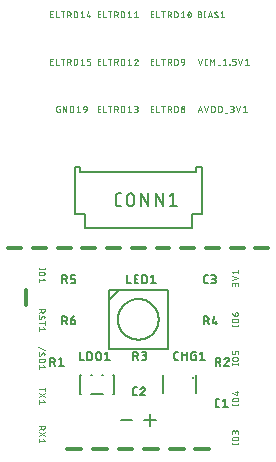
<source format=gbr>
G04 EAGLE Gerber X2 export*
G75*
%MOMM*%
%FSLAX34Y34*%
%LPD*%
%AMOC8*
5,1,8,0,0,1.08239X$1,22.5*%
G01*
%ADD10C,0.304800*%
%ADD11C,0.152400*%
%ADD12C,0.127000*%
%ADD13C,0.200000*%
%ADD14C,0.101600*%
%ADD15C,0.203200*%


D10*
X15000Y225000D02*
X15000Y212500D01*
X50000Y90000D02*
X61667Y90000D01*
X71667Y90000D02*
X83333Y90000D01*
X93333Y90000D02*
X105000Y90000D01*
X115000Y90000D02*
X126667Y90000D01*
X136667Y90000D02*
X148333Y90000D01*
X158333Y90000D02*
X170000Y90000D01*
X10909Y260000D02*
X0Y260000D01*
X20909Y260000D02*
X31818Y260000D01*
X41818Y260000D02*
X52727Y260000D01*
X62727Y260000D02*
X73636Y260000D01*
X83636Y260000D02*
X94545Y260000D01*
X104545Y260000D02*
X115455Y260000D01*
X125455Y260000D02*
X136364Y260000D01*
X146364Y260000D02*
X157273Y260000D01*
X167273Y260000D02*
X178182Y260000D01*
X188182Y260000D02*
X199091Y260000D01*
X209091Y260000D02*
X220000Y260000D01*
D11*
X60780Y153100D02*
X60780Y136900D01*
X89220Y136900D02*
X89220Y153100D01*
X80220Y136900D02*
X69780Y136900D01*
X79280Y153100D02*
X80220Y153100D01*
X70720Y153100D02*
X69780Y153100D01*
X88280Y153100D02*
X89220Y153100D01*
X61720Y153100D02*
X60780Y153100D01*
X60780Y136900D02*
X61720Y136900D01*
X88280Y136900D02*
X89220Y136900D01*
D12*
X60635Y165635D02*
X60635Y172493D01*
X60635Y165635D02*
X63683Y165635D01*
X66954Y165635D02*
X66954Y172493D01*
X68859Y172493D01*
X68944Y172491D01*
X69030Y172485D01*
X69115Y172476D01*
X69199Y172462D01*
X69283Y172445D01*
X69366Y172424D01*
X69448Y172400D01*
X69528Y172372D01*
X69608Y172340D01*
X69686Y172304D01*
X69762Y172266D01*
X69836Y172223D01*
X69908Y172178D01*
X69979Y172129D01*
X70047Y172077D01*
X70112Y172023D01*
X70175Y171965D01*
X70236Y171904D01*
X70294Y171841D01*
X70348Y171776D01*
X70400Y171708D01*
X70449Y171637D01*
X70494Y171565D01*
X70537Y171491D01*
X70575Y171415D01*
X70611Y171337D01*
X70643Y171257D01*
X70671Y171177D01*
X70695Y171095D01*
X70716Y171012D01*
X70733Y170928D01*
X70747Y170844D01*
X70756Y170759D01*
X70762Y170673D01*
X70764Y170588D01*
X70764Y167540D01*
X70762Y167455D01*
X70756Y167369D01*
X70747Y167284D01*
X70733Y167200D01*
X70716Y167116D01*
X70695Y167033D01*
X70671Y166951D01*
X70643Y166871D01*
X70611Y166791D01*
X70575Y166713D01*
X70537Y166637D01*
X70494Y166563D01*
X70449Y166491D01*
X70400Y166420D01*
X70348Y166352D01*
X70294Y166287D01*
X70236Y166224D01*
X70175Y166163D01*
X70112Y166105D01*
X70047Y166051D01*
X69979Y165999D01*
X69908Y165950D01*
X69836Y165905D01*
X69762Y165862D01*
X69686Y165824D01*
X69608Y165788D01*
X69528Y165756D01*
X69448Y165728D01*
X69366Y165704D01*
X69283Y165683D01*
X69199Y165666D01*
X69115Y165652D01*
X69030Y165643D01*
X68944Y165637D01*
X68859Y165635D01*
X66954Y165635D01*
X74513Y167540D02*
X74513Y170588D01*
X74515Y170673D01*
X74521Y170759D01*
X74530Y170844D01*
X74544Y170928D01*
X74561Y171012D01*
X74582Y171095D01*
X74606Y171177D01*
X74634Y171257D01*
X74666Y171337D01*
X74702Y171415D01*
X74740Y171491D01*
X74783Y171565D01*
X74828Y171637D01*
X74877Y171708D01*
X74929Y171776D01*
X74983Y171841D01*
X75041Y171904D01*
X75102Y171965D01*
X75165Y172023D01*
X75230Y172077D01*
X75298Y172129D01*
X75369Y172178D01*
X75441Y172223D01*
X75515Y172266D01*
X75591Y172304D01*
X75669Y172340D01*
X75749Y172372D01*
X75829Y172400D01*
X75911Y172424D01*
X75994Y172445D01*
X76078Y172462D01*
X76162Y172476D01*
X76247Y172485D01*
X76333Y172491D01*
X76418Y172493D01*
X76503Y172491D01*
X76589Y172485D01*
X76674Y172476D01*
X76758Y172462D01*
X76842Y172445D01*
X76925Y172424D01*
X77007Y172400D01*
X77087Y172372D01*
X77167Y172340D01*
X77245Y172304D01*
X77321Y172266D01*
X77395Y172223D01*
X77467Y172178D01*
X77538Y172129D01*
X77606Y172077D01*
X77671Y172023D01*
X77734Y171965D01*
X77795Y171904D01*
X77853Y171841D01*
X77907Y171776D01*
X77959Y171708D01*
X78008Y171637D01*
X78053Y171565D01*
X78096Y171491D01*
X78134Y171415D01*
X78170Y171337D01*
X78202Y171257D01*
X78230Y171177D01*
X78254Y171095D01*
X78275Y171012D01*
X78292Y170928D01*
X78306Y170844D01*
X78315Y170759D01*
X78321Y170673D01*
X78323Y170588D01*
X78323Y167540D01*
X78321Y167455D01*
X78315Y167369D01*
X78306Y167284D01*
X78292Y167200D01*
X78275Y167116D01*
X78254Y167033D01*
X78230Y166951D01*
X78202Y166871D01*
X78170Y166791D01*
X78134Y166713D01*
X78096Y166637D01*
X78053Y166563D01*
X78008Y166491D01*
X77959Y166420D01*
X77907Y166352D01*
X77853Y166287D01*
X77795Y166224D01*
X77734Y166163D01*
X77671Y166105D01*
X77606Y166051D01*
X77538Y165999D01*
X77467Y165950D01*
X77395Y165905D01*
X77321Y165862D01*
X77245Y165824D01*
X77167Y165788D01*
X77087Y165756D01*
X77007Y165728D01*
X76925Y165704D01*
X76842Y165683D01*
X76758Y165666D01*
X76674Y165652D01*
X76589Y165643D01*
X76503Y165637D01*
X76418Y165635D01*
X76333Y165637D01*
X76247Y165643D01*
X76162Y165652D01*
X76078Y165666D01*
X75994Y165683D01*
X75911Y165704D01*
X75829Y165728D01*
X75749Y165756D01*
X75669Y165788D01*
X75591Y165824D01*
X75515Y165862D01*
X75441Y165905D01*
X75369Y165950D01*
X75298Y165999D01*
X75230Y166051D01*
X75165Y166105D01*
X75102Y166163D01*
X75041Y166224D01*
X74983Y166287D01*
X74929Y166352D01*
X74877Y166420D01*
X74828Y166491D01*
X74783Y166563D01*
X74740Y166637D01*
X74702Y166713D01*
X74666Y166791D01*
X74634Y166871D01*
X74606Y166951D01*
X74582Y167033D01*
X74561Y167116D01*
X74544Y167200D01*
X74530Y167284D01*
X74521Y167369D01*
X74515Y167455D01*
X74513Y167540D01*
X81828Y170969D02*
X83733Y172493D01*
X83733Y165635D01*
X81828Y165635D02*
X85638Y165635D01*
X85000Y175000D02*
X135000Y175000D01*
X85000Y175000D02*
X85000Y216000D01*
X85000Y225000D01*
X94000Y225000D01*
X135000Y225000D01*
X135000Y175000D01*
X85000Y216000D02*
X94000Y225000D01*
X92795Y200000D02*
X92800Y200422D01*
X92816Y200844D01*
X92842Y201266D01*
X92878Y201686D01*
X92924Y202106D01*
X92981Y202524D01*
X93048Y202941D01*
X93126Y203357D01*
X93213Y203770D01*
X93311Y204180D01*
X93418Y204589D01*
X93536Y204994D01*
X93663Y205397D01*
X93801Y205796D01*
X93948Y206192D01*
X94105Y206584D01*
X94271Y206972D01*
X94447Y207356D01*
X94632Y207736D01*
X94827Y208110D01*
X95030Y208480D01*
X95243Y208845D01*
X95464Y209205D01*
X95695Y209559D01*
X95933Y209907D01*
X96181Y210249D01*
X96436Y210585D01*
X96700Y210915D01*
X96972Y211238D01*
X97252Y211554D01*
X97539Y211864D01*
X97834Y212166D01*
X98136Y212461D01*
X98446Y212748D01*
X98762Y213028D01*
X99085Y213300D01*
X99415Y213564D01*
X99751Y213819D01*
X100093Y214067D01*
X100441Y214305D01*
X100795Y214536D01*
X101155Y214757D01*
X101520Y214970D01*
X101890Y215173D01*
X102264Y215368D01*
X102644Y215553D01*
X103028Y215729D01*
X103416Y215895D01*
X103808Y216052D01*
X104204Y216199D01*
X104603Y216337D01*
X105006Y216464D01*
X105411Y216582D01*
X105820Y216689D01*
X106230Y216787D01*
X106643Y216874D01*
X107059Y216952D01*
X107476Y217019D01*
X107894Y217076D01*
X108314Y217122D01*
X108734Y217158D01*
X109156Y217184D01*
X109578Y217200D01*
X110000Y217205D01*
X110422Y217200D01*
X110844Y217184D01*
X111266Y217158D01*
X111686Y217122D01*
X112106Y217076D01*
X112524Y217019D01*
X112941Y216952D01*
X113357Y216874D01*
X113770Y216787D01*
X114180Y216689D01*
X114589Y216582D01*
X114994Y216464D01*
X115397Y216337D01*
X115796Y216199D01*
X116192Y216052D01*
X116584Y215895D01*
X116972Y215729D01*
X117356Y215553D01*
X117736Y215368D01*
X118110Y215173D01*
X118480Y214970D01*
X118845Y214757D01*
X119205Y214536D01*
X119559Y214305D01*
X119907Y214067D01*
X120249Y213819D01*
X120585Y213564D01*
X120915Y213300D01*
X121238Y213028D01*
X121554Y212748D01*
X121864Y212461D01*
X122166Y212166D01*
X122461Y211864D01*
X122748Y211554D01*
X123028Y211238D01*
X123300Y210915D01*
X123564Y210585D01*
X123819Y210249D01*
X124067Y209907D01*
X124305Y209559D01*
X124536Y209205D01*
X124757Y208845D01*
X124970Y208480D01*
X125173Y208110D01*
X125368Y207736D01*
X125553Y207356D01*
X125729Y206972D01*
X125895Y206584D01*
X126052Y206192D01*
X126199Y205796D01*
X126337Y205397D01*
X126464Y204994D01*
X126582Y204589D01*
X126689Y204180D01*
X126787Y203770D01*
X126874Y203357D01*
X126952Y202941D01*
X127019Y202524D01*
X127076Y202106D01*
X127122Y201686D01*
X127158Y201266D01*
X127184Y200844D01*
X127200Y200422D01*
X127205Y200000D01*
X127200Y199578D01*
X127184Y199156D01*
X127158Y198734D01*
X127122Y198314D01*
X127076Y197894D01*
X127019Y197476D01*
X126952Y197059D01*
X126874Y196643D01*
X126787Y196230D01*
X126689Y195820D01*
X126582Y195411D01*
X126464Y195006D01*
X126337Y194603D01*
X126199Y194204D01*
X126052Y193808D01*
X125895Y193416D01*
X125729Y193028D01*
X125553Y192644D01*
X125368Y192264D01*
X125173Y191890D01*
X124970Y191520D01*
X124757Y191155D01*
X124536Y190795D01*
X124305Y190441D01*
X124067Y190093D01*
X123819Y189751D01*
X123564Y189415D01*
X123300Y189085D01*
X123028Y188762D01*
X122748Y188446D01*
X122461Y188136D01*
X122166Y187834D01*
X121864Y187539D01*
X121554Y187252D01*
X121238Y186972D01*
X120915Y186700D01*
X120585Y186436D01*
X120249Y186181D01*
X119907Y185933D01*
X119559Y185695D01*
X119205Y185464D01*
X118845Y185243D01*
X118480Y185030D01*
X118110Y184827D01*
X117736Y184632D01*
X117356Y184447D01*
X116972Y184271D01*
X116584Y184105D01*
X116192Y183948D01*
X115796Y183801D01*
X115397Y183663D01*
X114994Y183536D01*
X114589Y183418D01*
X114180Y183311D01*
X113770Y183213D01*
X113357Y183126D01*
X112941Y183048D01*
X112524Y182981D01*
X112106Y182924D01*
X111686Y182878D01*
X111266Y182842D01*
X110844Y182816D01*
X110422Y182800D01*
X110000Y182795D01*
X109578Y182800D01*
X109156Y182816D01*
X108734Y182842D01*
X108314Y182878D01*
X107894Y182924D01*
X107476Y182981D01*
X107059Y183048D01*
X106643Y183126D01*
X106230Y183213D01*
X105820Y183311D01*
X105411Y183418D01*
X105006Y183536D01*
X104603Y183663D01*
X104204Y183801D01*
X103808Y183948D01*
X103416Y184105D01*
X103028Y184271D01*
X102644Y184447D01*
X102264Y184632D01*
X101890Y184827D01*
X101520Y185030D01*
X101155Y185243D01*
X100795Y185464D01*
X100441Y185695D01*
X100093Y185933D01*
X99751Y186181D01*
X99415Y186436D01*
X99085Y186700D01*
X98762Y186972D01*
X98446Y187252D01*
X98136Y187539D01*
X97834Y187834D01*
X97539Y188136D01*
X97252Y188446D01*
X96972Y188762D01*
X96700Y189085D01*
X96436Y189415D01*
X96181Y189751D01*
X95933Y190093D01*
X95695Y190441D01*
X95464Y190795D01*
X95243Y191155D01*
X95030Y191520D01*
X94827Y191890D01*
X94632Y192264D01*
X94447Y192644D01*
X94271Y193028D01*
X94105Y193416D01*
X93948Y193808D01*
X93801Y194204D01*
X93663Y194603D01*
X93536Y195006D01*
X93418Y195411D01*
X93311Y195820D01*
X93213Y196230D01*
X93126Y196643D01*
X93048Y197059D01*
X92981Y197476D01*
X92924Y197894D01*
X92878Y198314D01*
X92842Y198734D01*
X92816Y199156D01*
X92800Y199578D01*
X92795Y200000D01*
X100635Y230635D02*
X100635Y237493D01*
X100635Y230635D02*
X103683Y230635D01*
X106975Y230635D02*
X110023Y230635D01*
X106975Y230635D02*
X106975Y237493D01*
X110023Y237493D01*
X109261Y234445D02*
X106975Y234445D01*
X113293Y237493D02*
X113293Y230635D01*
X113293Y237493D02*
X115198Y237493D01*
X115283Y237491D01*
X115369Y237485D01*
X115454Y237476D01*
X115538Y237462D01*
X115622Y237445D01*
X115705Y237424D01*
X115787Y237400D01*
X115867Y237372D01*
X115947Y237340D01*
X116025Y237304D01*
X116101Y237266D01*
X116175Y237223D01*
X116247Y237178D01*
X116318Y237129D01*
X116386Y237077D01*
X116451Y237023D01*
X116514Y236965D01*
X116575Y236904D01*
X116633Y236841D01*
X116687Y236776D01*
X116739Y236708D01*
X116788Y236637D01*
X116833Y236565D01*
X116876Y236491D01*
X116914Y236415D01*
X116950Y236337D01*
X116982Y236257D01*
X117010Y236177D01*
X117034Y236095D01*
X117055Y236012D01*
X117072Y235928D01*
X117086Y235844D01*
X117095Y235759D01*
X117101Y235673D01*
X117103Y235588D01*
X117103Y232540D01*
X117101Y232455D01*
X117095Y232369D01*
X117086Y232284D01*
X117072Y232200D01*
X117055Y232116D01*
X117034Y232033D01*
X117010Y231951D01*
X116982Y231871D01*
X116950Y231791D01*
X116914Y231713D01*
X116876Y231637D01*
X116833Y231563D01*
X116788Y231491D01*
X116739Y231420D01*
X116687Y231352D01*
X116633Y231287D01*
X116575Y231224D01*
X116514Y231163D01*
X116451Y231105D01*
X116386Y231051D01*
X116318Y230999D01*
X116247Y230950D01*
X116175Y230905D01*
X116101Y230862D01*
X116025Y230824D01*
X115947Y230788D01*
X115867Y230756D01*
X115787Y230728D01*
X115705Y230704D01*
X115622Y230683D01*
X115538Y230666D01*
X115454Y230652D01*
X115369Y230643D01*
X115283Y230637D01*
X115198Y230635D01*
X113293Y230635D01*
X120852Y235969D02*
X122757Y237493D01*
X122757Y230635D01*
X120852Y230635D02*
X124662Y230635D01*
D11*
X159230Y152810D02*
X159230Y137190D01*
X130780Y137190D02*
X130780Y152810D01*
D13*
X156500Y150000D03*
D12*
X143683Y165635D02*
X142159Y165635D01*
X142082Y165637D01*
X142005Y165643D01*
X141928Y165653D01*
X141852Y165666D01*
X141777Y165684D01*
X141703Y165705D01*
X141630Y165730D01*
X141558Y165759D01*
X141488Y165791D01*
X141419Y165826D01*
X141353Y165866D01*
X141288Y165908D01*
X141226Y165954D01*
X141166Y166003D01*
X141109Y166054D01*
X141054Y166109D01*
X141003Y166166D01*
X140954Y166226D01*
X140908Y166288D01*
X140866Y166353D01*
X140826Y166419D01*
X140791Y166488D01*
X140759Y166558D01*
X140730Y166630D01*
X140705Y166703D01*
X140684Y166777D01*
X140666Y166852D01*
X140653Y166928D01*
X140643Y167005D01*
X140637Y167082D01*
X140635Y167159D01*
X140635Y170969D01*
X140637Y171046D01*
X140643Y171123D01*
X140653Y171200D01*
X140666Y171276D01*
X140684Y171351D01*
X140705Y171425D01*
X140730Y171498D01*
X140759Y171570D01*
X140791Y171640D01*
X140826Y171709D01*
X140866Y171775D01*
X140908Y171840D01*
X140954Y171902D01*
X141003Y171962D01*
X141054Y172019D01*
X141109Y172074D01*
X141166Y172125D01*
X141226Y172174D01*
X141288Y172220D01*
X141353Y172262D01*
X141419Y172302D01*
X141488Y172337D01*
X141558Y172369D01*
X141630Y172398D01*
X141703Y172423D01*
X141777Y172444D01*
X141852Y172462D01*
X141928Y172475D01*
X142005Y172485D01*
X142082Y172491D01*
X142159Y172493D01*
X143683Y172493D01*
X147006Y172493D02*
X147006Y165635D01*
X147006Y169445D02*
X150816Y169445D01*
X150816Y172493D02*
X150816Y165635D01*
X157476Y169445D02*
X158619Y169445D01*
X158619Y165635D01*
X156333Y165635D01*
X156256Y165637D01*
X156179Y165643D01*
X156102Y165653D01*
X156026Y165666D01*
X155951Y165684D01*
X155877Y165705D01*
X155804Y165730D01*
X155732Y165759D01*
X155662Y165791D01*
X155593Y165826D01*
X155527Y165866D01*
X155462Y165908D01*
X155400Y165954D01*
X155340Y166003D01*
X155283Y166054D01*
X155228Y166109D01*
X155177Y166166D01*
X155128Y166226D01*
X155082Y166288D01*
X155040Y166353D01*
X155000Y166419D01*
X154965Y166488D01*
X154933Y166558D01*
X154904Y166630D01*
X154879Y166703D01*
X154858Y166777D01*
X154840Y166852D01*
X154827Y166928D01*
X154817Y167005D01*
X154811Y167082D01*
X154809Y167159D01*
X154809Y170969D01*
X154811Y171046D01*
X154817Y171123D01*
X154827Y171200D01*
X154840Y171276D01*
X154858Y171351D01*
X154879Y171425D01*
X154904Y171498D01*
X154933Y171570D01*
X154965Y171640D01*
X155000Y171709D01*
X155040Y171775D01*
X155082Y171840D01*
X155128Y171902D01*
X155177Y171962D01*
X155228Y172019D01*
X155283Y172074D01*
X155340Y172125D01*
X155400Y172174D01*
X155462Y172220D01*
X155527Y172262D01*
X155593Y172302D01*
X155662Y172337D01*
X155732Y172369D01*
X155804Y172398D01*
X155877Y172423D01*
X155951Y172444D01*
X156026Y172462D01*
X156102Y172475D01*
X156179Y172485D01*
X156256Y172491D01*
X156333Y172493D01*
X158619Y172493D01*
X162368Y170969D02*
X164273Y172493D01*
X164273Y165635D01*
X162368Y165635D02*
X166178Y165635D01*
X125000Y115000D02*
X115000Y115000D01*
X120000Y110000D02*
X120000Y120000D01*
X105000Y115000D02*
X95000Y115000D01*
X105635Y165635D02*
X105635Y172493D01*
X107540Y172493D01*
X107625Y172491D01*
X107711Y172485D01*
X107796Y172476D01*
X107880Y172462D01*
X107964Y172445D01*
X108047Y172424D01*
X108129Y172400D01*
X108209Y172372D01*
X108289Y172340D01*
X108367Y172304D01*
X108443Y172266D01*
X108517Y172223D01*
X108589Y172178D01*
X108660Y172129D01*
X108728Y172077D01*
X108793Y172023D01*
X108856Y171965D01*
X108917Y171904D01*
X108975Y171841D01*
X109029Y171776D01*
X109081Y171708D01*
X109130Y171637D01*
X109175Y171565D01*
X109218Y171491D01*
X109256Y171415D01*
X109292Y171337D01*
X109324Y171257D01*
X109352Y171177D01*
X109376Y171095D01*
X109397Y171012D01*
X109414Y170928D01*
X109428Y170844D01*
X109437Y170759D01*
X109443Y170673D01*
X109445Y170588D01*
X109443Y170503D01*
X109437Y170417D01*
X109428Y170332D01*
X109414Y170248D01*
X109397Y170164D01*
X109376Y170081D01*
X109352Y169999D01*
X109324Y169919D01*
X109292Y169839D01*
X109256Y169761D01*
X109218Y169685D01*
X109175Y169611D01*
X109130Y169539D01*
X109081Y169468D01*
X109029Y169400D01*
X108975Y169335D01*
X108917Y169272D01*
X108856Y169211D01*
X108793Y169153D01*
X108728Y169099D01*
X108660Y169047D01*
X108589Y168998D01*
X108517Y168953D01*
X108443Y168910D01*
X108367Y168872D01*
X108289Y168836D01*
X108209Y168804D01*
X108129Y168776D01*
X108047Y168752D01*
X107964Y168731D01*
X107880Y168714D01*
X107796Y168700D01*
X107711Y168691D01*
X107625Y168685D01*
X107540Y168683D01*
X105635Y168683D01*
X107921Y168683D02*
X109445Y165635D01*
X112881Y165635D02*
X114786Y165635D01*
X114871Y165637D01*
X114957Y165643D01*
X115042Y165652D01*
X115126Y165666D01*
X115210Y165683D01*
X115293Y165704D01*
X115375Y165728D01*
X115455Y165756D01*
X115535Y165788D01*
X115613Y165824D01*
X115689Y165862D01*
X115763Y165905D01*
X115835Y165950D01*
X115906Y165999D01*
X115974Y166051D01*
X116039Y166105D01*
X116102Y166163D01*
X116163Y166224D01*
X116221Y166287D01*
X116275Y166352D01*
X116327Y166420D01*
X116376Y166491D01*
X116421Y166563D01*
X116464Y166637D01*
X116502Y166713D01*
X116538Y166791D01*
X116570Y166871D01*
X116598Y166951D01*
X116622Y167033D01*
X116643Y167116D01*
X116660Y167200D01*
X116674Y167284D01*
X116683Y167369D01*
X116689Y167455D01*
X116691Y167540D01*
X116689Y167625D01*
X116683Y167711D01*
X116674Y167796D01*
X116660Y167880D01*
X116643Y167964D01*
X116622Y168047D01*
X116598Y168129D01*
X116570Y168209D01*
X116538Y168289D01*
X116502Y168367D01*
X116464Y168443D01*
X116421Y168517D01*
X116376Y168589D01*
X116327Y168660D01*
X116275Y168728D01*
X116221Y168793D01*
X116163Y168856D01*
X116102Y168917D01*
X116039Y168975D01*
X115974Y169029D01*
X115906Y169081D01*
X115835Y169130D01*
X115763Y169175D01*
X115689Y169218D01*
X115613Y169256D01*
X115535Y169292D01*
X115455Y169324D01*
X115375Y169352D01*
X115293Y169376D01*
X115210Y169397D01*
X115126Y169414D01*
X115042Y169428D01*
X114957Y169437D01*
X114871Y169443D01*
X114786Y169445D01*
X115167Y172493D02*
X112881Y172493D01*
X115167Y172493D02*
X115244Y172491D01*
X115321Y172485D01*
X115398Y172475D01*
X115474Y172462D01*
X115549Y172444D01*
X115623Y172423D01*
X115696Y172398D01*
X115768Y172369D01*
X115838Y172337D01*
X115907Y172302D01*
X115973Y172262D01*
X116038Y172220D01*
X116100Y172174D01*
X116160Y172125D01*
X116217Y172074D01*
X116272Y172019D01*
X116323Y171962D01*
X116372Y171902D01*
X116418Y171840D01*
X116460Y171775D01*
X116500Y171709D01*
X116535Y171640D01*
X116567Y171570D01*
X116596Y171498D01*
X116621Y171425D01*
X116642Y171351D01*
X116660Y171276D01*
X116673Y171200D01*
X116683Y171123D01*
X116689Y171046D01*
X116691Y170969D01*
X116689Y170892D01*
X116683Y170815D01*
X116673Y170738D01*
X116660Y170662D01*
X116642Y170587D01*
X116621Y170513D01*
X116596Y170440D01*
X116567Y170368D01*
X116535Y170298D01*
X116500Y170229D01*
X116460Y170163D01*
X116418Y170098D01*
X116372Y170036D01*
X116323Y169976D01*
X116272Y169919D01*
X116217Y169864D01*
X116160Y169813D01*
X116100Y169764D01*
X116038Y169718D01*
X115973Y169676D01*
X115907Y169636D01*
X115838Y169601D01*
X115768Y169569D01*
X115696Y169540D01*
X115623Y169515D01*
X115549Y169494D01*
X115474Y169476D01*
X115398Y169463D01*
X115321Y169453D01*
X115244Y169447D01*
X115167Y169445D01*
X113643Y169445D01*
X165635Y195635D02*
X165635Y202493D01*
X167540Y202493D01*
X167625Y202491D01*
X167711Y202485D01*
X167796Y202476D01*
X167880Y202462D01*
X167964Y202445D01*
X168047Y202424D01*
X168129Y202400D01*
X168209Y202372D01*
X168289Y202340D01*
X168367Y202304D01*
X168443Y202266D01*
X168517Y202223D01*
X168589Y202178D01*
X168660Y202129D01*
X168728Y202077D01*
X168793Y202023D01*
X168856Y201965D01*
X168917Y201904D01*
X168975Y201841D01*
X169029Y201776D01*
X169081Y201708D01*
X169130Y201637D01*
X169175Y201565D01*
X169218Y201491D01*
X169256Y201415D01*
X169292Y201337D01*
X169324Y201257D01*
X169352Y201177D01*
X169376Y201095D01*
X169397Y201012D01*
X169414Y200928D01*
X169428Y200844D01*
X169437Y200759D01*
X169443Y200673D01*
X169445Y200588D01*
X169443Y200503D01*
X169437Y200417D01*
X169428Y200332D01*
X169414Y200248D01*
X169397Y200164D01*
X169376Y200081D01*
X169352Y199999D01*
X169324Y199919D01*
X169292Y199839D01*
X169256Y199761D01*
X169218Y199685D01*
X169175Y199611D01*
X169130Y199539D01*
X169081Y199468D01*
X169029Y199400D01*
X168975Y199335D01*
X168917Y199272D01*
X168856Y199211D01*
X168793Y199153D01*
X168728Y199099D01*
X168660Y199047D01*
X168589Y198998D01*
X168517Y198953D01*
X168443Y198910D01*
X168367Y198872D01*
X168289Y198836D01*
X168209Y198804D01*
X168129Y198776D01*
X168047Y198752D01*
X167964Y198731D01*
X167880Y198714D01*
X167796Y198700D01*
X167711Y198691D01*
X167625Y198685D01*
X167540Y198683D01*
X165635Y198683D01*
X167921Y198683D02*
X169445Y195635D01*
X172881Y197159D02*
X174405Y202493D01*
X172881Y197159D02*
X176691Y197159D01*
X175548Y198683D02*
X175548Y195635D01*
X175635Y167493D02*
X175635Y160635D01*
X175635Y167493D02*
X177540Y167493D01*
X177625Y167491D01*
X177711Y167485D01*
X177796Y167476D01*
X177880Y167462D01*
X177964Y167445D01*
X178047Y167424D01*
X178129Y167400D01*
X178209Y167372D01*
X178289Y167340D01*
X178367Y167304D01*
X178443Y167266D01*
X178517Y167223D01*
X178589Y167178D01*
X178660Y167129D01*
X178728Y167077D01*
X178793Y167023D01*
X178856Y166965D01*
X178917Y166904D01*
X178975Y166841D01*
X179029Y166776D01*
X179081Y166708D01*
X179130Y166637D01*
X179175Y166565D01*
X179218Y166491D01*
X179256Y166415D01*
X179292Y166337D01*
X179324Y166257D01*
X179352Y166177D01*
X179376Y166095D01*
X179397Y166012D01*
X179414Y165928D01*
X179428Y165844D01*
X179437Y165759D01*
X179443Y165673D01*
X179445Y165588D01*
X179443Y165503D01*
X179437Y165417D01*
X179428Y165332D01*
X179414Y165248D01*
X179397Y165164D01*
X179376Y165081D01*
X179352Y164999D01*
X179324Y164919D01*
X179292Y164839D01*
X179256Y164761D01*
X179218Y164685D01*
X179175Y164611D01*
X179130Y164539D01*
X179081Y164468D01*
X179029Y164400D01*
X178975Y164335D01*
X178917Y164272D01*
X178856Y164211D01*
X178793Y164153D01*
X178728Y164099D01*
X178660Y164047D01*
X178589Y163998D01*
X178517Y163953D01*
X178443Y163910D01*
X178367Y163872D01*
X178289Y163836D01*
X178209Y163804D01*
X178129Y163776D01*
X178047Y163752D01*
X177964Y163731D01*
X177880Y163714D01*
X177796Y163700D01*
X177711Y163691D01*
X177625Y163685D01*
X177540Y163683D01*
X175635Y163683D01*
X177921Y163683D02*
X179445Y160635D01*
X184976Y167494D02*
X185058Y167492D01*
X185139Y167486D01*
X185220Y167477D01*
X185301Y167463D01*
X185380Y167446D01*
X185459Y167425D01*
X185537Y167400D01*
X185613Y167371D01*
X185688Y167339D01*
X185762Y167303D01*
X185834Y167264D01*
X185903Y167222D01*
X185971Y167176D01*
X186036Y167127D01*
X186099Y167075D01*
X186159Y167020D01*
X186217Y166962D01*
X186272Y166902D01*
X186324Y166839D01*
X186373Y166774D01*
X186419Y166706D01*
X186461Y166637D01*
X186500Y166565D01*
X186536Y166491D01*
X186568Y166416D01*
X186597Y166340D01*
X186622Y166262D01*
X186643Y166183D01*
X186660Y166104D01*
X186674Y166023D01*
X186683Y165942D01*
X186689Y165861D01*
X186691Y165779D01*
X184976Y167493D02*
X184884Y167491D01*
X184792Y167485D01*
X184700Y167476D01*
X184608Y167462D01*
X184518Y167445D01*
X184428Y167424D01*
X184339Y167399D01*
X184251Y167370D01*
X184164Y167338D01*
X184079Y167302D01*
X183996Y167263D01*
X183914Y167220D01*
X183834Y167174D01*
X183756Y167124D01*
X183680Y167072D01*
X183607Y167016D01*
X183536Y166957D01*
X183467Y166895D01*
X183401Y166830D01*
X183338Y166763D01*
X183278Y166693D01*
X183220Y166621D01*
X183166Y166546D01*
X183115Y166469D01*
X183067Y166390D01*
X183023Y166309D01*
X182982Y166226D01*
X182944Y166142D01*
X182910Y166056D01*
X182880Y165969D01*
X186119Y164445D02*
X186178Y164504D01*
X186234Y164565D01*
X186287Y164628D01*
X186338Y164694D01*
X186385Y164762D01*
X186429Y164832D01*
X186470Y164904D01*
X186508Y164978D01*
X186542Y165053D01*
X186573Y165130D01*
X186600Y165208D01*
X186624Y165288D01*
X186645Y165368D01*
X186661Y165449D01*
X186674Y165531D01*
X186684Y165613D01*
X186689Y165696D01*
X186691Y165779D01*
X186119Y164445D02*
X182881Y160635D01*
X186691Y160635D01*
X35635Y160635D02*
X35635Y167493D01*
X37540Y167493D01*
X37625Y167491D01*
X37711Y167485D01*
X37796Y167476D01*
X37880Y167462D01*
X37964Y167445D01*
X38047Y167424D01*
X38129Y167400D01*
X38209Y167372D01*
X38289Y167340D01*
X38367Y167304D01*
X38443Y167266D01*
X38517Y167223D01*
X38589Y167178D01*
X38660Y167129D01*
X38728Y167077D01*
X38793Y167023D01*
X38856Y166965D01*
X38917Y166904D01*
X38975Y166841D01*
X39029Y166776D01*
X39081Y166708D01*
X39130Y166637D01*
X39175Y166565D01*
X39218Y166491D01*
X39256Y166415D01*
X39292Y166337D01*
X39324Y166257D01*
X39352Y166177D01*
X39376Y166095D01*
X39397Y166012D01*
X39414Y165928D01*
X39428Y165844D01*
X39437Y165759D01*
X39443Y165673D01*
X39445Y165588D01*
X39443Y165503D01*
X39437Y165417D01*
X39428Y165332D01*
X39414Y165248D01*
X39397Y165164D01*
X39376Y165081D01*
X39352Y164999D01*
X39324Y164919D01*
X39292Y164839D01*
X39256Y164761D01*
X39218Y164685D01*
X39175Y164611D01*
X39130Y164539D01*
X39081Y164468D01*
X39029Y164400D01*
X38975Y164335D01*
X38917Y164272D01*
X38856Y164211D01*
X38793Y164153D01*
X38728Y164099D01*
X38660Y164047D01*
X38589Y163998D01*
X38517Y163953D01*
X38443Y163910D01*
X38367Y163872D01*
X38289Y163836D01*
X38209Y163804D01*
X38129Y163776D01*
X38047Y163752D01*
X37964Y163731D01*
X37880Y163714D01*
X37796Y163700D01*
X37711Y163691D01*
X37625Y163685D01*
X37540Y163683D01*
X35635Y163683D01*
X37921Y163683D02*
X39445Y160635D01*
X42881Y165969D02*
X44786Y167493D01*
X44786Y160635D01*
X42881Y160635D02*
X46691Y160635D01*
X45635Y230635D02*
X45635Y237493D01*
X47540Y237493D01*
X47625Y237491D01*
X47711Y237485D01*
X47796Y237476D01*
X47880Y237462D01*
X47964Y237445D01*
X48047Y237424D01*
X48129Y237400D01*
X48209Y237372D01*
X48289Y237340D01*
X48367Y237304D01*
X48443Y237266D01*
X48517Y237223D01*
X48589Y237178D01*
X48660Y237129D01*
X48728Y237077D01*
X48793Y237023D01*
X48856Y236965D01*
X48917Y236904D01*
X48975Y236841D01*
X49029Y236776D01*
X49081Y236708D01*
X49130Y236637D01*
X49175Y236565D01*
X49218Y236491D01*
X49256Y236415D01*
X49292Y236337D01*
X49324Y236257D01*
X49352Y236177D01*
X49376Y236095D01*
X49397Y236012D01*
X49414Y235928D01*
X49428Y235844D01*
X49437Y235759D01*
X49443Y235673D01*
X49445Y235588D01*
X49443Y235503D01*
X49437Y235417D01*
X49428Y235332D01*
X49414Y235248D01*
X49397Y235164D01*
X49376Y235081D01*
X49352Y234999D01*
X49324Y234919D01*
X49292Y234839D01*
X49256Y234761D01*
X49218Y234685D01*
X49175Y234611D01*
X49130Y234539D01*
X49081Y234468D01*
X49029Y234400D01*
X48975Y234335D01*
X48917Y234272D01*
X48856Y234211D01*
X48793Y234153D01*
X48728Y234099D01*
X48660Y234047D01*
X48589Y233998D01*
X48517Y233953D01*
X48443Y233910D01*
X48367Y233872D01*
X48289Y233836D01*
X48209Y233804D01*
X48129Y233776D01*
X48047Y233752D01*
X47964Y233731D01*
X47880Y233714D01*
X47796Y233700D01*
X47711Y233691D01*
X47625Y233685D01*
X47540Y233683D01*
X45635Y233683D01*
X47921Y233683D02*
X49445Y230635D01*
X52881Y230635D02*
X55167Y230635D01*
X55244Y230637D01*
X55321Y230643D01*
X55398Y230653D01*
X55474Y230666D01*
X55549Y230684D01*
X55623Y230705D01*
X55696Y230730D01*
X55768Y230759D01*
X55838Y230791D01*
X55907Y230826D01*
X55973Y230866D01*
X56038Y230908D01*
X56100Y230954D01*
X56160Y231003D01*
X56217Y231054D01*
X56272Y231109D01*
X56323Y231166D01*
X56372Y231226D01*
X56418Y231288D01*
X56460Y231353D01*
X56500Y231419D01*
X56535Y231488D01*
X56567Y231558D01*
X56596Y231630D01*
X56621Y231703D01*
X56642Y231777D01*
X56660Y231852D01*
X56673Y231928D01*
X56683Y232005D01*
X56689Y232082D01*
X56691Y232159D01*
X56691Y232921D01*
X56689Y232998D01*
X56683Y233075D01*
X56673Y233152D01*
X56660Y233228D01*
X56642Y233303D01*
X56621Y233377D01*
X56596Y233450D01*
X56567Y233522D01*
X56535Y233592D01*
X56500Y233661D01*
X56460Y233727D01*
X56418Y233792D01*
X56372Y233854D01*
X56323Y233914D01*
X56272Y233971D01*
X56217Y234026D01*
X56160Y234077D01*
X56100Y234126D01*
X56038Y234172D01*
X55973Y234214D01*
X55907Y234254D01*
X55838Y234289D01*
X55768Y234321D01*
X55696Y234350D01*
X55623Y234375D01*
X55549Y234396D01*
X55474Y234414D01*
X55398Y234427D01*
X55321Y234437D01*
X55244Y234443D01*
X55167Y234445D01*
X52881Y234445D01*
X52881Y237493D01*
X56691Y237493D01*
X45635Y202493D02*
X45635Y195635D01*
X45635Y202493D02*
X47540Y202493D01*
X47625Y202491D01*
X47711Y202485D01*
X47796Y202476D01*
X47880Y202462D01*
X47964Y202445D01*
X48047Y202424D01*
X48129Y202400D01*
X48209Y202372D01*
X48289Y202340D01*
X48367Y202304D01*
X48443Y202266D01*
X48517Y202223D01*
X48589Y202178D01*
X48660Y202129D01*
X48728Y202077D01*
X48793Y202023D01*
X48856Y201965D01*
X48917Y201904D01*
X48975Y201841D01*
X49029Y201776D01*
X49081Y201708D01*
X49130Y201637D01*
X49175Y201565D01*
X49218Y201491D01*
X49256Y201415D01*
X49292Y201337D01*
X49324Y201257D01*
X49352Y201177D01*
X49376Y201095D01*
X49397Y201012D01*
X49414Y200928D01*
X49428Y200844D01*
X49437Y200759D01*
X49443Y200673D01*
X49445Y200588D01*
X49443Y200503D01*
X49437Y200417D01*
X49428Y200332D01*
X49414Y200248D01*
X49397Y200164D01*
X49376Y200081D01*
X49352Y199999D01*
X49324Y199919D01*
X49292Y199839D01*
X49256Y199761D01*
X49218Y199685D01*
X49175Y199611D01*
X49130Y199539D01*
X49081Y199468D01*
X49029Y199400D01*
X48975Y199335D01*
X48917Y199272D01*
X48856Y199211D01*
X48793Y199153D01*
X48728Y199099D01*
X48660Y199047D01*
X48589Y198998D01*
X48517Y198953D01*
X48443Y198910D01*
X48367Y198872D01*
X48289Y198836D01*
X48209Y198804D01*
X48129Y198776D01*
X48047Y198752D01*
X47964Y198731D01*
X47880Y198714D01*
X47796Y198700D01*
X47711Y198691D01*
X47625Y198685D01*
X47540Y198683D01*
X45635Y198683D01*
X47921Y198683D02*
X49445Y195635D01*
X52881Y199445D02*
X55167Y199445D01*
X55244Y199443D01*
X55321Y199437D01*
X55398Y199427D01*
X55474Y199414D01*
X55549Y199396D01*
X55623Y199375D01*
X55696Y199350D01*
X55768Y199321D01*
X55838Y199289D01*
X55907Y199254D01*
X55973Y199214D01*
X56038Y199172D01*
X56100Y199126D01*
X56160Y199077D01*
X56217Y199026D01*
X56272Y198971D01*
X56323Y198914D01*
X56372Y198854D01*
X56418Y198792D01*
X56460Y198727D01*
X56500Y198661D01*
X56535Y198592D01*
X56567Y198522D01*
X56596Y198450D01*
X56621Y198377D01*
X56642Y198303D01*
X56660Y198228D01*
X56673Y198152D01*
X56683Y198075D01*
X56689Y197998D01*
X56691Y197921D01*
X56691Y197540D01*
X56689Y197455D01*
X56683Y197369D01*
X56674Y197284D01*
X56660Y197200D01*
X56643Y197116D01*
X56622Y197033D01*
X56598Y196951D01*
X56570Y196871D01*
X56538Y196791D01*
X56502Y196713D01*
X56464Y196637D01*
X56421Y196563D01*
X56376Y196491D01*
X56327Y196420D01*
X56275Y196352D01*
X56221Y196287D01*
X56163Y196224D01*
X56102Y196163D01*
X56039Y196105D01*
X55974Y196051D01*
X55906Y195999D01*
X55835Y195950D01*
X55763Y195905D01*
X55689Y195862D01*
X55613Y195824D01*
X55535Y195788D01*
X55455Y195756D01*
X55375Y195728D01*
X55293Y195704D01*
X55210Y195683D01*
X55126Y195666D01*
X55042Y195652D01*
X54957Y195643D01*
X54871Y195637D01*
X54786Y195635D01*
X54701Y195637D01*
X54615Y195643D01*
X54530Y195652D01*
X54446Y195666D01*
X54362Y195683D01*
X54279Y195704D01*
X54197Y195728D01*
X54117Y195756D01*
X54037Y195788D01*
X53959Y195824D01*
X53883Y195862D01*
X53809Y195905D01*
X53737Y195950D01*
X53666Y195999D01*
X53598Y196051D01*
X53533Y196105D01*
X53470Y196163D01*
X53409Y196224D01*
X53351Y196287D01*
X53297Y196352D01*
X53245Y196420D01*
X53196Y196491D01*
X53151Y196563D01*
X53108Y196637D01*
X53070Y196713D01*
X53034Y196791D01*
X53002Y196871D01*
X52974Y196951D01*
X52950Y197033D01*
X52929Y197116D01*
X52912Y197200D01*
X52898Y197284D01*
X52889Y197369D01*
X52883Y197455D01*
X52881Y197540D01*
X52881Y199445D01*
X52883Y199554D01*
X52889Y199662D01*
X52898Y199771D01*
X52912Y199879D01*
X52929Y199986D01*
X52951Y200093D01*
X52976Y200199D01*
X53004Y200304D01*
X53037Y200408D01*
X53073Y200510D01*
X53113Y200611D01*
X53156Y200711D01*
X53203Y200809D01*
X53254Y200906D01*
X53308Y201000D01*
X53365Y201093D01*
X53425Y201183D01*
X53489Y201272D01*
X53556Y201358D01*
X53625Y201441D01*
X53698Y201522D01*
X53774Y201600D01*
X53852Y201676D01*
X53933Y201749D01*
X54016Y201818D01*
X54102Y201885D01*
X54191Y201949D01*
X54281Y202009D01*
X54374Y202066D01*
X54468Y202120D01*
X54565Y202171D01*
X54663Y202218D01*
X54763Y202261D01*
X54864Y202301D01*
X54966Y202337D01*
X55070Y202370D01*
X55175Y202398D01*
X55281Y202423D01*
X55388Y202445D01*
X55495Y202462D01*
X55603Y202476D01*
X55712Y202485D01*
X55820Y202491D01*
X55929Y202493D01*
X177159Y125635D02*
X178683Y125635D01*
X177159Y125635D02*
X177082Y125637D01*
X177005Y125643D01*
X176928Y125653D01*
X176852Y125666D01*
X176777Y125684D01*
X176703Y125705D01*
X176630Y125730D01*
X176558Y125759D01*
X176488Y125791D01*
X176419Y125826D01*
X176353Y125866D01*
X176288Y125908D01*
X176226Y125954D01*
X176166Y126003D01*
X176109Y126054D01*
X176054Y126109D01*
X176003Y126166D01*
X175954Y126226D01*
X175908Y126288D01*
X175866Y126353D01*
X175826Y126419D01*
X175791Y126488D01*
X175759Y126558D01*
X175730Y126630D01*
X175705Y126703D01*
X175684Y126777D01*
X175666Y126852D01*
X175653Y126928D01*
X175643Y127005D01*
X175637Y127082D01*
X175635Y127159D01*
X175635Y130969D01*
X175637Y131046D01*
X175643Y131123D01*
X175653Y131200D01*
X175666Y131276D01*
X175684Y131351D01*
X175705Y131425D01*
X175730Y131498D01*
X175759Y131570D01*
X175791Y131640D01*
X175826Y131709D01*
X175866Y131775D01*
X175908Y131840D01*
X175954Y131902D01*
X176003Y131962D01*
X176054Y132019D01*
X176109Y132074D01*
X176166Y132125D01*
X176226Y132174D01*
X176288Y132220D01*
X176353Y132262D01*
X176419Y132302D01*
X176488Y132337D01*
X176558Y132369D01*
X176630Y132398D01*
X176703Y132423D01*
X176777Y132444D01*
X176852Y132462D01*
X176928Y132475D01*
X177005Y132485D01*
X177082Y132491D01*
X177159Y132493D01*
X178683Y132493D01*
X181762Y130969D02*
X183667Y132493D01*
X183667Y125635D01*
X181762Y125635D02*
X185572Y125635D01*
X108683Y135635D02*
X107159Y135635D01*
X107082Y135637D01*
X107005Y135643D01*
X106928Y135653D01*
X106852Y135666D01*
X106777Y135684D01*
X106703Y135705D01*
X106630Y135730D01*
X106558Y135759D01*
X106488Y135791D01*
X106419Y135826D01*
X106353Y135866D01*
X106288Y135908D01*
X106226Y135954D01*
X106166Y136003D01*
X106109Y136054D01*
X106054Y136109D01*
X106003Y136166D01*
X105954Y136226D01*
X105908Y136288D01*
X105866Y136353D01*
X105826Y136419D01*
X105791Y136488D01*
X105759Y136558D01*
X105730Y136630D01*
X105705Y136703D01*
X105684Y136777D01*
X105666Y136852D01*
X105653Y136928D01*
X105643Y137005D01*
X105637Y137082D01*
X105635Y137159D01*
X105635Y140969D01*
X105637Y141046D01*
X105643Y141123D01*
X105653Y141200D01*
X105666Y141276D01*
X105684Y141351D01*
X105705Y141425D01*
X105730Y141498D01*
X105759Y141570D01*
X105791Y141640D01*
X105826Y141709D01*
X105866Y141775D01*
X105908Y141840D01*
X105954Y141902D01*
X106003Y141962D01*
X106054Y142019D01*
X106109Y142074D01*
X106166Y142125D01*
X106226Y142174D01*
X106288Y142220D01*
X106353Y142262D01*
X106419Y142302D01*
X106488Y142337D01*
X106558Y142369D01*
X106630Y142398D01*
X106703Y142423D01*
X106777Y142444D01*
X106852Y142462D01*
X106928Y142475D01*
X107005Y142485D01*
X107082Y142491D01*
X107159Y142493D01*
X108683Y142493D01*
X113858Y142494D02*
X113940Y142492D01*
X114021Y142486D01*
X114102Y142477D01*
X114183Y142463D01*
X114262Y142446D01*
X114341Y142425D01*
X114419Y142400D01*
X114495Y142371D01*
X114570Y142339D01*
X114644Y142303D01*
X114716Y142264D01*
X114785Y142222D01*
X114853Y142176D01*
X114918Y142127D01*
X114981Y142075D01*
X115041Y142020D01*
X115099Y141962D01*
X115154Y141902D01*
X115206Y141839D01*
X115255Y141774D01*
X115301Y141706D01*
X115343Y141637D01*
X115382Y141565D01*
X115418Y141491D01*
X115450Y141416D01*
X115479Y141340D01*
X115504Y141262D01*
X115525Y141183D01*
X115542Y141104D01*
X115556Y141023D01*
X115565Y140942D01*
X115571Y140861D01*
X115573Y140779D01*
X113858Y142493D02*
X113766Y142491D01*
X113674Y142485D01*
X113582Y142476D01*
X113490Y142462D01*
X113400Y142445D01*
X113310Y142424D01*
X113221Y142399D01*
X113133Y142370D01*
X113046Y142338D01*
X112961Y142302D01*
X112878Y142263D01*
X112796Y142220D01*
X112716Y142174D01*
X112638Y142124D01*
X112562Y142072D01*
X112489Y142016D01*
X112418Y141957D01*
X112349Y141895D01*
X112283Y141830D01*
X112220Y141763D01*
X112160Y141693D01*
X112102Y141621D01*
X112048Y141546D01*
X111997Y141469D01*
X111949Y141390D01*
X111905Y141309D01*
X111864Y141226D01*
X111826Y141142D01*
X111792Y141056D01*
X111762Y140969D01*
X115001Y139445D02*
X115060Y139504D01*
X115116Y139565D01*
X115169Y139628D01*
X115220Y139694D01*
X115267Y139762D01*
X115311Y139832D01*
X115352Y139904D01*
X115390Y139978D01*
X115424Y140053D01*
X115455Y140130D01*
X115482Y140208D01*
X115506Y140288D01*
X115527Y140368D01*
X115543Y140449D01*
X115556Y140531D01*
X115566Y140613D01*
X115571Y140696D01*
X115573Y140779D01*
X115001Y139445D02*
X111762Y135635D01*
X115572Y135635D01*
X167159Y230635D02*
X168683Y230635D01*
X167159Y230635D02*
X167082Y230637D01*
X167005Y230643D01*
X166928Y230653D01*
X166852Y230666D01*
X166777Y230684D01*
X166703Y230705D01*
X166630Y230730D01*
X166558Y230759D01*
X166488Y230791D01*
X166419Y230826D01*
X166353Y230866D01*
X166288Y230908D01*
X166226Y230954D01*
X166166Y231003D01*
X166109Y231054D01*
X166054Y231109D01*
X166003Y231166D01*
X165954Y231226D01*
X165908Y231288D01*
X165866Y231353D01*
X165826Y231419D01*
X165791Y231488D01*
X165759Y231558D01*
X165730Y231630D01*
X165705Y231703D01*
X165684Y231777D01*
X165666Y231852D01*
X165653Y231928D01*
X165643Y232005D01*
X165637Y232082D01*
X165635Y232159D01*
X165635Y235969D01*
X165637Y236046D01*
X165643Y236123D01*
X165653Y236200D01*
X165666Y236276D01*
X165684Y236351D01*
X165705Y236425D01*
X165730Y236498D01*
X165759Y236570D01*
X165791Y236640D01*
X165826Y236709D01*
X165866Y236775D01*
X165908Y236840D01*
X165954Y236902D01*
X166003Y236962D01*
X166054Y237019D01*
X166109Y237074D01*
X166166Y237125D01*
X166226Y237174D01*
X166288Y237220D01*
X166353Y237262D01*
X166419Y237302D01*
X166488Y237337D01*
X166558Y237369D01*
X166630Y237398D01*
X166703Y237423D01*
X166777Y237444D01*
X166852Y237462D01*
X166928Y237475D01*
X167005Y237485D01*
X167082Y237491D01*
X167159Y237493D01*
X168683Y237493D01*
X171762Y230635D02*
X173667Y230635D01*
X173752Y230637D01*
X173838Y230643D01*
X173923Y230652D01*
X174007Y230666D01*
X174091Y230683D01*
X174174Y230704D01*
X174256Y230728D01*
X174336Y230756D01*
X174416Y230788D01*
X174494Y230824D01*
X174570Y230862D01*
X174644Y230905D01*
X174716Y230950D01*
X174787Y230999D01*
X174855Y231051D01*
X174920Y231105D01*
X174983Y231163D01*
X175044Y231224D01*
X175102Y231287D01*
X175156Y231352D01*
X175208Y231420D01*
X175257Y231491D01*
X175302Y231563D01*
X175345Y231637D01*
X175383Y231713D01*
X175419Y231791D01*
X175451Y231871D01*
X175479Y231951D01*
X175503Y232033D01*
X175524Y232116D01*
X175541Y232200D01*
X175555Y232284D01*
X175564Y232369D01*
X175570Y232455D01*
X175572Y232540D01*
X175570Y232625D01*
X175564Y232711D01*
X175555Y232796D01*
X175541Y232880D01*
X175524Y232964D01*
X175503Y233047D01*
X175479Y233129D01*
X175451Y233209D01*
X175419Y233289D01*
X175383Y233367D01*
X175345Y233443D01*
X175302Y233517D01*
X175257Y233589D01*
X175208Y233660D01*
X175156Y233728D01*
X175102Y233793D01*
X175044Y233856D01*
X174983Y233917D01*
X174920Y233975D01*
X174855Y234029D01*
X174787Y234081D01*
X174716Y234130D01*
X174644Y234175D01*
X174570Y234218D01*
X174494Y234256D01*
X174416Y234292D01*
X174336Y234324D01*
X174256Y234352D01*
X174174Y234376D01*
X174091Y234397D01*
X174007Y234414D01*
X173923Y234428D01*
X173838Y234437D01*
X173752Y234443D01*
X173667Y234445D01*
X174048Y237493D02*
X171762Y237493D01*
X174048Y237493D02*
X174125Y237491D01*
X174202Y237485D01*
X174279Y237475D01*
X174355Y237462D01*
X174430Y237444D01*
X174504Y237423D01*
X174577Y237398D01*
X174649Y237369D01*
X174719Y237337D01*
X174788Y237302D01*
X174854Y237262D01*
X174919Y237220D01*
X174981Y237174D01*
X175041Y237125D01*
X175098Y237074D01*
X175153Y237019D01*
X175204Y236962D01*
X175253Y236902D01*
X175299Y236840D01*
X175341Y236775D01*
X175381Y236709D01*
X175416Y236640D01*
X175448Y236570D01*
X175477Y236498D01*
X175502Y236425D01*
X175523Y236351D01*
X175541Y236276D01*
X175554Y236200D01*
X175564Y236123D01*
X175570Y236046D01*
X175572Y235969D01*
X175570Y235892D01*
X175564Y235815D01*
X175554Y235738D01*
X175541Y235662D01*
X175523Y235587D01*
X175502Y235513D01*
X175477Y235440D01*
X175448Y235368D01*
X175416Y235298D01*
X175381Y235229D01*
X175341Y235163D01*
X175299Y235098D01*
X175253Y235036D01*
X175204Y234976D01*
X175153Y234919D01*
X175098Y234864D01*
X175041Y234813D01*
X174981Y234764D01*
X174919Y234718D01*
X174854Y234676D01*
X174788Y234636D01*
X174719Y234601D01*
X174649Y234569D01*
X174577Y234540D01*
X174504Y234515D01*
X174430Y234494D01*
X174355Y234476D01*
X174279Y234463D01*
X174202Y234453D01*
X174125Y234447D01*
X174048Y234445D01*
X172524Y234445D01*
D14*
X30588Y208492D02*
X25508Y208492D01*
X30588Y208492D02*
X30588Y207081D01*
X30586Y207007D01*
X30580Y206934D01*
X30571Y206860D01*
X30557Y206788D01*
X30540Y206716D01*
X30519Y206645D01*
X30494Y206575D01*
X30466Y206507D01*
X30434Y206440D01*
X30399Y206376D01*
X30360Y206313D01*
X30319Y206252D01*
X30274Y206193D01*
X30226Y206137D01*
X30175Y206083D01*
X30121Y206032D01*
X30065Y205984D01*
X30006Y205939D01*
X29945Y205898D01*
X29883Y205859D01*
X29818Y205824D01*
X29751Y205792D01*
X29683Y205764D01*
X29613Y205739D01*
X29542Y205718D01*
X29470Y205701D01*
X29398Y205687D01*
X29324Y205678D01*
X29251Y205672D01*
X29177Y205670D01*
X29103Y205672D01*
X29030Y205678D01*
X28956Y205687D01*
X28884Y205701D01*
X28812Y205718D01*
X28741Y205739D01*
X28671Y205764D01*
X28603Y205792D01*
X28536Y205824D01*
X28472Y205859D01*
X28409Y205898D01*
X28348Y205939D01*
X28289Y205984D01*
X28233Y206032D01*
X28179Y206083D01*
X28128Y206137D01*
X28080Y206193D01*
X28035Y206252D01*
X27994Y206313D01*
X27955Y206376D01*
X27920Y206440D01*
X27888Y206507D01*
X27860Y206575D01*
X27835Y206645D01*
X27814Y206716D01*
X27797Y206788D01*
X27783Y206860D01*
X27774Y206934D01*
X27768Y207007D01*
X27766Y207081D01*
X27766Y208492D01*
X27766Y206799D02*
X25508Y205670D01*
X25508Y201550D02*
X25510Y201484D01*
X25516Y201419D01*
X25525Y201354D01*
X25538Y201290D01*
X25555Y201226D01*
X25576Y201164D01*
X25600Y201103D01*
X25628Y201043D01*
X25659Y200986D01*
X25694Y200930D01*
X25731Y200876D01*
X25772Y200824D01*
X25816Y200775D01*
X25862Y200729D01*
X25911Y200685D01*
X25963Y200644D01*
X26017Y200607D01*
X26072Y200572D01*
X26130Y200541D01*
X26190Y200513D01*
X26251Y200489D01*
X26313Y200468D01*
X26377Y200451D01*
X26441Y200438D01*
X26506Y200429D01*
X26571Y200423D01*
X26637Y200421D01*
X25508Y201550D02*
X25510Y201644D01*
X25515Y201738D01*
X25525Y201832D01*
X25538Y201925D01*
X25554Y202018D01*
X25575Y202110D01*
X25598Y202201D01*
X25626Y202291D01*
X25657Y202380D01*
X25691Y202467D01*
X25729Y202553D01*
X25771Y202638D01*
X25815Y202721D01*
X25863Y202802D01*
X25914Y202881D01*
X25968Y202958D01*
X26025Y203033D01*
X26085Y203106D01*
X26148Y203176D01*
X26214Y203243D01*
X29459Y203102D02*
X29525Y203100D01*
X29590Y203094D01*
X29655Y203085D01*
X29719Y203072D01*
X29783Y203055D01*
X29845Y203034D01*
X29906Y203010D01*
X29966Y202982D01*
X30024Y202951D01*
X30079Y202916D01*
X30133Y202879D01*
X30185Y202838D01*
X30234Y202794D01*
X30280Y202748D01*
X30324Y202699D01*
X30365Y202647D01*
X30402Y202593D01*
X30437Y202538D01*
X30468Y202480D01*
X30496Y202420D01*
X30520Y202359D01*
X30541Y202297D01*
X30558Y202233D01*
X30571Y202169D01*
X30580Y202104D01*
X30586Y202039D01*
X30588Y201973D01*
X30586Y201882D01*
X30580Y201792D01*
X30570Y201701D01*
X30557Y201611D01*
X30539Y201522D01*
X30518Y201434D01*
X30493Y201347D01*
X30465Y201261D01*
X30432Y201176D01*
X30396Y201092D01*
X30357Y201011D01*
X30314Y200931D01*
X30267Y200853D01*
X30218Y200777D01*
X30165Y200703D01*
X28471Y202537D02*
X28506Y202593D01*
X28544Y202647D01*
X28586Y202699D01*
X28630Y202748D01*
X28677Y202794D01*
X28727Y202838D01*
X28779Y202879D01*
X28833Y202916D01*
X28890Y202951D01*
X28948Y202982D01*
X29008Y203010D01*
X29070Y203034D01*
X29133Y203055D01*
X29197Y203072D01*
X29262Y203085D01*
X29327Y203094D01*
X29393Y203100D01*
X29459Y203102D01*
X27624Y200985D02*
X27589Y200929D01*
X27551Y200875D01*
X27509Y200824D01*
X27465Y200775D01*
X27418Y200728D01*
X27368Y200685D01*
X27316Y200644D01*
X27262Y200606D01*
X27206Y200572D01*
X27147Y200541D01*
X27087Y200513D01*
X27026Y200489D01*
X26963Y200468D01*
X26899Y200451D01*
X26834Y200438D01*
X26769Y200429D01*
X26703Y200423D01*
X26637Y200421D01*
X27625Y200985D02*
X28471Y202537D01*
X30588Y196894D02*
X25508Y196894D01*
X30588Y198305D02*
X30588Y195483D01*
X29459Y193185D02*
X30588Y191774D01*
X25508Y191774D01*
X25508Y193185D02*
X25508Y190362D01*
X25508Y242928D02*
X30588Y242928D01*
X25508Y243492D02*
X25508Y242363D01*
X30588Y242363D02*
X30588Y243492D01*
X29177Y239950D02*
X26919Y239950D01*
X29177Y239949D02*
X29251Y239947D01*
X29324Y239941D01*
X29398Y239932D01*
X29470Y239918D01*
X29542Y239901D01*
X29613Y239880D01*
X29683Y239855D01*
X29751Y239827D01*
X29818Y239795D01*
X29882Y239760D01*
X29945Y239721D01*
X30006Y239680D01*
X30065Y239635D01*
X30121Y239587D01*
X30175Y239536D01*
X30226Y239482D01*
X30274Y239426D01*
X30319Y239367D01*
X30360Y239306D01*
X30399Y239244D01*
X30434Y239179D01*
X30466Y239112D01*
X30494Y239044D01*
X30519Y238974D01*
X30540Y238903D01*
X30557Y238831D01*
X30571Y238759D01*
X30580Y238685D01*
X30586Y238612D01*
X30588Y238538D01*
X30586Y238464D01*
X30580Y238391D01*
X30571Y238317D01*
X30557Y238245D01*
X30540Y238173D01*
X30519Y238102D01*
X30494Y238032D01*
X30466Y237964D01*
X30434Y237897D01*
X30399Y237833D01*
X30360Y237770D01*
X30319Y237709D01*
X30274Y237650D01*
X30226Y237594D01*
X30175Y237540D01*
X30121Y237489D01*
X30065Y237441D01*
X30006Y237396D01*
X29945Y237355D01*
X29883Y237316D01*
X29818Y237281D01*
X29751Y237249D01*
X29683Y237221D01*
X29613Y237196D01*
X29542Y237175D01*
X29470Y237158D01*
X29398Y237144D01*
X29324Y237135D01*
X29251Y237129D01*
X29177Y237127D01*
X26919Y237127D01*
X26845Y237129D01*
X26772Y237135D01*
X26698Y237144D01*
X26626Y237158D01*
X26554Y237175D01*
X26483Y237196D01*
X26413Y237221D01*
X26345Y237249D01*
X26278Y237281D01*
X26213Y237316D01*
X26151Y237355D01*
X26090Y237396D01*
X26031Y237441D01*
X25975Y237489D01*
X25921Y237540D01*
X25870Y237594D01*
X25822Y237650D01*
X25777Y237709D01*
X25736Y237770D01*
X25697Y237833D01*
X25662Y237897D01*
X25630Y237964D01*
X25602Y238032D01*
X25577Y238102D01*
X25556Y238173D01*
X25539Y238245D01*
X25525Y238317D01*
X25516Y238391D01*
X25510Y238464D01*
X25508Y238538D01*
X25510Y238612D01*
X25516Y238685D01*
X25525Y238759D01*
X25539Y238831D01*
X25556Y238903D01*
X25577Y238974D01*
X25602Y239044D01*
X25630Y239112D01*
X25662Y239179D01*
X25697Y239244D01*
X25736Y239306D01*
X25777Y239367D01*
X25822Y239426D01*
X25870Y239482D01*
X25921Y239536D01*
X25975Y239587D01*
X26031Y239635D01*
X26090Y239680D01*
X26151Y239721D01*
X26214Y239760D01*
X26278Y239795D01*
X26345Y239827D01*
X26413Y239855D01*
X26483Y239880D01*
X26554Y239901D01*
X26626Y239918D01*
X26698Y239932D01*
X26772Y239941D01*
X26845Y239947D01*
X26919Y239949D01*
X29459Y234463D02*
X30588Y233052D01*
X25508Y233052D01*
X25508Y234463D02*
X25508Y231641D01*
X25508Y109492D02*
X30588Y109492D01*
X30588Y108081D01*
X30586Y108007D01*
X30580Y107934D01*
X30571Y107860D01*
X30557Y107788D01*
X30540Y107716D01*
X30519Y107645D01*
X30494Y107575D01*
X30466Y107507D01*
X30434Y107440D01*
X30399Y107376D01*
X30360Y107313D01*
X30319Y107252D01*
X30274Y107193D01*
X30226Y107137D01*
X30175Y107083D01*
X30121Y107032D01*
X30065Y106984D01*
X30006Y106939D01*
X29945Y106898D01*
X29883Y106859D01*
X29818Y106824D01*
X29751Y106792D01*
X29683Y106764D01*
X29613Y106739D01*
X29542Y106718D01*
X29470Y106701D01*
X29398Y106687D01*
X29324Y106678D01*
X29251Y106672D01*
X29177Y106670D01*
X29103Y106672D01*
X29030Y106678D01*
X28956Y106687D01*
X28884Y106701D01*
X28812Y106718D01*
X28741Y106739D01*
X28671Y106764D01*
X28603Y106792D01*
X28536Y106824D01*
X28472Y106859D01*
X28409Y106898D01*
X28348Y106939D01*
X28289Y106984D01*
X28233Y107032D01*
X28179Y107083D01*
X28128Y107137D01*
X28080Y107193D01*
X28035Y107252D01*
X27994Y107313D01*
X27955Y107376D01*
X27920Y107440D01*
X27888Y107507D01*
X27860Y107575D01*
X27835Y107645D01*
X27814Y107716D01*
X27797Y107788D01*
X27783Y107860D01*
X27774Y107934D01*
X27768Y108007D01*
X27766Y108081D01*
X27766Y109492D01*
X27766Y107799D02*
X25508Y106670D01*
X25508Y104342D02*
X30588Y100956D01*
X30588Y104342D02*
X25508Y100956D01*
X29459Y98574D02*
X30588Y97163D01*
X25508Y97163D01*
X25508Y98574D02*
X25508Y95752D01*
X25508Y140581D02*
X30588Y140581D01*
X30588Y141992D02*
X30588Y139170D01*
X30588Y133767D02*
X25508Y137154D01*
X25508Y133767D02*
X30588Y137154D01*
X29459Y131385D02*
X30588Y129974D01*
X25508Y129974D01*
X25508Y131385D02*
X25508Y128563D01*
X31152Y174234D02*
X24944Y176492D01*
X25508Y170326D02*
X25510Y170260D01*
X25516Y170195D01*
X25525Y170130D01*
X25538Y170066D01*
X25555Y170002D01*
X25576Y169940D01*
X25600Y169879D01*
X25628Y169819D01*
X25659Y169762D01*
X25694Y169706D01*
X25731Y169652D01*
X25772Y169600D01*
X25816Y169551D01*
X25862Y169505D01*
X25911Y169461D01*
X25963Y169420D01*
X26017Y169383D01*
X26072Y169348D01*
X26130Y169317D01*
X26190Y169289D01*
X26251Y169265D01*
X26313Y169244D01*
X26377Y169227D01*
X26441Y169214D01*
X26506Y169205D01*
X26571Y169199D01*
X26637Y169197D01*
X25508Y170326D02*
X25510Y170420D01*
X25515Y170514D01*
X25525Y170608D01*
X25538Y170701D01*
X25554Y170794D01*
X25575Y170886D01*
X25598Y170977D01*
X25626Y171067D01*
X25657Y171156D01*
X25691Y171243D01*
X25729Y171329D01*
X25771Y171414D01*
X25815Y171497D01*
X25863Y171578D01*
X25914Y171657D01*
X25968Y171734D01*
X26025Y171809D01*
X26085Y171882D01*
X26148Y171952D01*
X26214Y172019D01*
X29459Y171878D02*
X29525Y171876D01*
X29590Y171870D01*
X29655Y171861D01*
X29719Y171848D01*
X29783Y171831D01*
X29845Y171810D01*
X29906Y171786D01*
X29966Y171758D01*
X30024Y171727D01*
X30079Y171692D01*
X30133Y171655D01*
X30185Y171614D01*
X30234Y171570D01*
X30280Y171524D01*
X30324Y171475D01*
X30365Y171423D01*
X30402Y171369D01*
X30437Y171314D01*
X30468Y171256D01*
X30496Y171196D01*
X30520Y171135D01*
X30541Y171073D01*
X30558Y171009D01*
X30571Y170945D01*
X30580Y170880D01*
X30586Y170815D01*
X30588Y170749D01*
X30586Y170658D01*
X30580Y170568D01*
X30570Y170477D01*
X30557Y170387D01*
X30539Y170298D01*
X30518Y170210D01*
X30493Y170123D01*
X30465Y170037D01*
X30432Y169952D01*
X30396Y169868D01*
X30357Y169787D01*
X30314Y169707D01*
X30267Y169629D01*
X30218Y169553D01*
X30165Y169479D01*
X28471Y171314D02*
X28506Y171370D01*
X28544Y171424D01*
X28586Y171476D01*
X28630Y171525D01*
X28677Y171571D01*
X28727Y171615D01*
X28779Y171656D01*
X28833Y171693D01*
X28890Y171728D01*
X28948Y171759D01*
X29008Y171787D01*
X29070Y171811D01*
X29133Y171832D01*
X29197Y171849D01*
X29262Y171862D01*
X29327Y171871D01*
X29393Y171877D01*
X29459Y171879D01*
X27624Y169762D02*
X27589Y169706D01*
X27551Y169652D01*
X27509Y169601D01*
X27465Y169552D01*
X27418Y169505D01*
X27368Y169462D01*
X27316Y169421D01*
X27262Y169383D01*
X27206Y169349D01*
X27147Y169318D01*
X27087Y169290D01*
X27026Y169266D01*
X26963Y169245D01*
X26899Y169228D01*
X26834Y169215D01*
X26769Y169206D01*
X26703Y169200D01*
X26637Y169198D01*
X27625Y169762D02*
X28471Y171314D01*
X30588Y166533D02*
X25508Y166533D01*
X30588Y166533D02*
X30588Y165122D01*
X30586Y165048D01*
X30580Y164975D01*
X30571Y164901D01*
X30557Y164829D01*
X30540Y164757D01*
X30519Y164686D01*
X30494Y164616D01*
X30466Y164548D01*
X30434Y164481D01*
X30399Y164417D01*
X30360Y164354D01*
X30319Y164293D01*
X30274Y164234D01*
X30226Y164178D01*
X30175Y164124D01*
X30121Y164073D01*
X30065Y164025D01*
X30006Y163980D01*
X29945Y163939D01*
X29883Y163900D01*
X29818Y163865D01*
X29751Y163833D01*
X29683Y163805D01*
X29613Y163780D01*
X29542Y163759D01*
X29470Y163742D01*
X29398Y163728D01*
X29324Y163719D01*
X29251Y163713D01*
X29177Y163711D01*
X26919Y163711D01*
X26845Y163713D01*
X26772Y163719D01*
X26698Y163728D01*
X26626Y163742D01*
X26554Y163759D01*
X26483Y163780D01*
X26413Y163805D01*
X26345Y163833D01*
X26278Y163865D01*
X26214Y163900D01*
X26151Y163939D01*
X26090Y163980D01*
X26031Y164025D01*
X25975Y164073D01*
X25921Y164124D01*
X25870Y164178D01*
X25822Y164234D01*
X25777Y164293D01*
X25736Y164354D01*
X25697Y164417D01*
X25662Y164481D01*
X25630Y164548D01*
X25602Y164616D01*
X25577Y164686D01*
X25556Y164757D01*
X25539Y164829D01*
X25525Y164901D01*
X25516Y164975D01*
X25510Y165048D01*
X25508Y165122D01*
X25508Y166533D01*
X29459Y160864D02*
X30588Y159453D01*
X25508Y159453D01*
X25508Y160864D02*
X25508Y158042D01*
X189412Y94572D02*
X194492Y94572D01*
X194492Y94008D02*
X194492Y95137D01*
X189412Y95137D02*
X189412Y94008D01*
X190823Y97550D02*
X193081Y97550D01*
X190823Y97551D02*
X190749Y97553D01*
X190676Y97559D01*
X190602Y97568D01*
X190530Y97582D01*
X190458Y97599D01*
X190387Y97620D01*
X190317Y97645D01*
X190249Y97673D01*
X190182Y97705D01*
X190118Y97740D01*
X190055Y97779D01*
X189994Y97820D01*
X189935Y97865D01*
X189879Y97913D01*
X189825Y97964D01*
X189774Y98018D01*
X189726Y98074D01*
X189681Y98133D01*
X189640Y98194D01*
X189601Y98257D01*
X189566Y98321D01*
X189534Y98388D01*
X189506Y98456D01*
X189481Y98526D01*
X189460Y98597D01*
X189443Y98669D01*
X189429Y98741D01*
X189420Y98815D01*
X189414Y98888D01*
X189412Y98962D01*
X189414Y99036D01*
X189420Y99109D01*
X189429Y99183D01*
X189443Y99255D01*
X189460Y99327D01*
X189481Y99398D01*
X189506Y99468D01*
X189534Y99536D01*
X189566Y99603D01*
X189601Y99668D01*
X189640Y99730D01*
X189681Y99791D01*
X189726Y99850D01*
X189774Y99906D01*
X189825Y99960D01*
X189879Y100011D01*
X189935Y100059D01*
X189994Y100104D01*
X190055Y100145D01*
X190118Y100184D01*
X190182Y100219D01*
X190249Y100251D01*
X190317Y100279D01*
X190387Y100304D01*
X190458Y100325D01*
X190530Y100342D01*
X190602Y100356D01*
X190676Y100365D01*
X190749Y100371D01*
X190823Y100373D01*
X193081Y100373D01*
X193155Y100371D01*
X193228Y100365D01*
X193302Y100356D01*
X193374Y100342D01*
X193446Y100325D01*
X193517Y100304D01*
X193587Y100279D01*
X193655Y100251D01*
X193722Y100219D01*
X193786Y100184D01*
X193849Y100145D01*
X193910Y100104D01*
X193969Y100059D01*
X194025Y100011D01*
X194079Y99960D01*
X194130Y99906D01*
X194178Y99850D01*
X194223Y99791D01*
X194264Y99730D01*
X194303Y99668D01*
X194338Y99603D01*
X194370Y99536D01*
X194398Y99468D01*
X194423Y99398D01*
X194444Y99327D01*
X194461Y99255D01*
X194475Y99183D01*
X194484Y99109D01*
X194490Y99036D01*
X194492Y98962D01*
X194490Y98888D01*
X194484Y98815D01*
X194475Y98741D01*
X194461Y98669D01*
X194444Y98597D01*
X194423Y98526D01*
X194398Y98456D01*
X194370Y98388D01*
X194338Y98321D01*
X194303Y98257D01*
X194264Y98194D01*
X194223Y98133D01*
X194178Y98074D01*
X194130Y98018D01*
X194079Y97964D01*
X194025Y97913D01*
X193969Y97865D01*
X193910Y97820D01*
X193849Y97779D01*
X193787Y97740D01*
X193722Y97705D01*
X193655Y97673D01*
X193587Y97645D01*
X193517Y97620D01*
X193446Y97599D01*
X193374Y97582D01*
X193302Y97568D01*
X193228Y97559D01*
X193155Y97553D01*
X193081Y97551D01*
X194492Y103037D02*
X194492Y104448D01*
X194490Y104522D01*
X194484Y104595D01*
X194475Y104669D01*
X194461Y104741D01*
X194444Y104813D01*
X194423Y104884D01*
X194398Y104954D01*
X194370Y105022D01*
X194338Y105089D01*
X194303Y105154D01*
X194264Y105216D01*
X194223Y105277D01*
X194178Y105336D01*
X194130Y105392D01*
X194079Y105446D01*
X194025Y105497D01*
X193969Y105545D01*
X193910Y105590D01*
X193849Y105631D01*
X193787Y105670D01*
X193722Y105705D01*
X193655Y105737D01*
X193587Y105765D01*
X193517Y105790D01*
X193446Y105811D01*
X193374Y105828D01*
X193302Y105842D01*
X193228Y105851D01*
X193155Y105857D01*
X193081Y105859D01*
X193007Y105857D01*
X192934Y105851D01*
X192860Y105842D01*
X192788Y105828D01*
X192716Y105811D01*
X192645Y105790D01*
X192575Y105765D01*
X192507Y105737D01*
X192440Y105705D01*
X192376Y105670D01*
X192313Y105631D01*
X192252Y105590D01*
X192193Y105545D01*
X192137Y105497D01*
X192083Y105446D01*
X192032Y105392D01*
X191984Y105336D01*
X191939Y105277D01*
X191898Y105216D01*
X191859Y105154D01*
X191824Y105089D01*
X191792Y105022D01*
X191764Y104954D01*
X191739Y104884D01*
X191718Y104813D01*
X191701Y104741D01*
X191687Y104669D01*
X191678Y104595D01*
X191672Y104522D01*
X191670Y104448D01*
X189412Y104730D02*
X189412Y103037D01*
X189412Y104730D02*
X189414Y104796D01*
X189420Y104861D01*
X189429Y104926D01*
X189442Y104990D01*
X189459Y105054D01*
X189480Y105116D01*
X189504Y105177D01*
X189532Y105237D01*
X189563Y105295D01*
X189598Y105350D01*
X189635Y105404D01*
X189676Y105456D01*
X189720Y105505D01*
X189766Y105551D01*
X189815Y105595D01*
X189867Y105636D01*
X189921Y105673D01*
X189977Y105708D01*
X190034Y105739D01*
X190094Y105767D01*
X190155Y105791D01*
X190217Y105812D01*
X190281Y105829D01*
X190345Y105842D01*
X190410Y105851D01*
X190475Y105857D01*
X190541Y105859D01*
X190607Y105857D01*
X190672Y105851D01*
X190737Y105842D01*
X190801Y105829D01*
X190865Y105812D01*
X190927Y105791D01*
X190988Y105767D01*
X191048Y105739D01*
X191106Y105708D01*
X191161Y105673D01*
X191215Y105636D01*
X191267Y105595D01*
X191316Y105551D01*
X191362Y105505D01*
X191406Y105456D01*
X191447Y105404D01*
X191484Y105350D01*
X191519Y105295D01*
X191550Y105237D01*
X191578Y105177D01*
X191602Y105116D01*
X191623Y105054D01*
X191640Y104990D01*
X191653Y104926D01*
X191662Y104861D01*
X191668Y104796D01*
X191670Y104730D01*
X191670Y103601D01*
X189412Y127572D02*
X194492Y127572D01*
X194492Y127008D02*
X194492Y128137D01*
X189412Y128137D02*
X189412Y127008D01*
X190823Y130550D02*
X193081Y130550D01*
X190823Y130551D02*
X190749Y130553D01*
X190676Y130559D01*
X190602Y130568D01*
X190530Y130582D01*
X190458Y130599D01*
X190387Y130620D01*
X190317Y130645D01*
X190249Y130673D01*
X190182Y130705D01*
X190118Y130740D01*
X190055Y130779D01*
X189994Y130820D01*
X189935Y130865D01*
X189879Y130913D01*
X189825Y130964D01*
X189774Y131018D01*
X189726Y131074D01*
X189681Y131133D01*
X189640Y131194D01*
X189601Y131257D01*
X189566Y131321D01*
X189534Y131388D01*
X189506Y131456D01*
X189481Y131526D01*
X189460Y131597D01*
X189443Y131669D01*
X189429Y131741D01*
X189420Y131815D01*
X189414Y131888D01*
X189412Y131962D01*
X189414Y132036D01*
X189420Y132109D01*
X189429Y132183D01*
X189443Y132255D01*
X189460Y132327D01*
X189481Y132398D01*
X189506Y132468D01*
X189534Y132536D01*
X189566Y132603D01*
X189601Y132668D01*
X189640Y132730D01*
X189681Y132791D01*
X189726Y132850D01*
X189774Y132906D01*
X189825Y132960D01*
X189879Y133011D01*
X189935Y133059D01*
X189994Y133104D01*
X190055Y133145D01*
X190118Y133184D01*
X190182Y133219D01*
X190249Y133251D01*
X190317Y133279D01*
X190387Y133304D01*
X190458Y133325D01*
X190530Y133342D01*
X190602Y133356D01*
X190676Y133365D01*
X190749Y133371D01*
X190823Y133373D01*
X193081Y133373D01*
X193155Y133371D01*
X193228Y133365D01*
X193302Y133356D01*
X193374Y133342D01*
X193446Y133325D01*
X193517Y133304D01*
X193587Y133279D01*
X193655Y133251D01*
X193722Y133219D01*
X193786Y133184D01*
X193849Y133145D01*
X193910Y133104D01*
X193969Y133059D01*
X194025Y133011D01*
X194079Y132960D01*
X194130Y132906D01*
X194178Y132850D01*
X194223Y132791D01*
X194264Y132730D01*
X194303Y132668D01*
X194338Y132603D01*
X194370Y132536D01*
X194398Y132468D01*
X194423Y132398D01*
X194444Y132327D01*
X194461Y132255D01*
X194475Y132183D01*
X194484Y132109D01*
X194490Y132036D01*
X194492Y131962D01*
X194490Y131888D01*
X194484Y131815D01*
X194475Y131741D01*
X194461Y131669D01*
X194444Y131597D01*
X194423Y131526D01*
X194398Y131456D01*
X194370Y131388D01*
X194338Y131321D01*
X194303Y131257D01*
X194264Y131194D01*
X194223Y131133D01*
X194178Y131074D01*
X194130Y131018D01*
X194079Y130964D01*
X194025Y130913D01*
X193969Y130865D01*
X193910Y130820D01*
X193849Y130779D01*
X193787Y130740D01*
X193722Y130705D01*
X193655Y130673D01*
X193587Y130645D01*
X193517Y130620D01*
X193446Y130599D01*
X193374Y130582D01*
X193302Y130568D01*
X193228Y130559D01*
X193155Y130553D01*
X193081Y130551D01*
X193363Y136037D02*
X189412Y137166D01*
X193363Y136037D02*
X193363Y138859D01*
X192234Y138012D02*
X194492Y138012D01*
X194492Y162072D02*
X189412Y162072D01*
X194492Y161508D02*
X194492Y162637D01*
X189412Y162637D02*
X189412Y161508D01*
X190823Y165050D02*
X193081Y165050D01*
X190823Y165051D02*
X190749Y165053D01*
X190676Y165059D01*
X190602Y165068D01*
X190530Y165082D01*
X190458Y165099D01*
X190387Y165120D01*
X190317Y165145D01*
X190249Y165173D01*
X190182Y165205D01*
X190118Y165240D01*
X190055Y165279D01*
X189994Y165320D01*
X189935Y165365D01*
X189879Y165413D01*
X189825Y165464D01*
X189774Y165518D01*
X189726Y165574D01*
X189681Y165633D01*
X189640Y165694D01*
X189601Y165757D01*
X189566Y165821D01*
X189534Y165888D01*
X189506Y165956D01*
X189481Y166026D01*
X189460Y166097D01*
X189443Y166169D01*
X189429Y166241D01*
X189420Y166315D01*
X189414Y166388D01*
X189412Y166462D01*
X189414Y166536D01*
X189420Y166609D01*
X189429Y166683D01*
X189443Y166755D01*
X189460Y166827D01*
X189481Y166898D01*
X189506Y166968D01*
X189534Y167036D01*
X189566Y167103D01*
X189601Y167168D01*
X189640Y167230D01*
X189681Y167291D01*
X189726Y167350D01*
X189774Y167406D01*
X189825Y167460D01*
X189879Y167511D01*
X189935Y167559D01*
X189994Y167604D01*
X190055Y167645D01*
X190118Y167684D01*
X190182Y167719D01*
X190249Y167751D01*
X190317Y167779D01*
X190387Y167804D01*
X190458Y167825D01*
X190530Y167842D01*
X190602Y167856D01*
X190676Y167865D01*
X190749Y167871D01*
X190823Y167873D01*
X193081Y167873D01*
X193155Y167871D01*
X193228Y167865D01*
X193302Y167856D01*
X193374Y167842D01*
X193446Y167825D01*
X193517Y167804D01*
X193587Y167779D01*
X193655Y167751D01*
X193722Y167719D01*
X193786Y167684D01*
X193849Y167645D01*
X193910Y167604D01*
X193969Y167559D01*
X194025Y167511D01*
X194079Y167460D01*
X194130Y167406D01*
X194178Y167350D01*
X194223Y167291D01*
X194264Y167230D01*
X194303Y167168D01*
X194338Y167103D01*
X194370Y167036D01*
X194398Y166968D01*
X194423Y166898D01*
X194444Y166827D01*
X194461Y166755D01*
X194475Y166683D01*
X194484Y166609D01*
X194490Y166536D01*
X194492Y166462D01*
X194490Y166388D01*
X194484Y166315D01*
X194475Y166241D01*
X194461Y166169D01*
X194444Y166097D01*
X194423Y166026D01*
X194398Y165956D01*
X194370Y165888D01*
X194338Y165821D01*
X194303Y165757D01*
X194264Y165694D01*
X194223Y165633D01*
X194178Y165574D01*
X194130Y165518D01*
X194079Y165464D01*
X194025Y165413D01*
X193969Y165365D01*
X193910Y165320D01*
X193849Y165279D01*
X193787Y165240D01*
X193722Y165205D01*
X193655Y165173D01*
X193587Y165145D01*
X193517Y165120D01*
X193446Y165099D01*
X193374Y165082D01*
X193302Y165068D01*
X193228Y165059D01*
X193155Y165053D01*
X193081Y165051D01*
X194492Y170537D02*
X194492Y172230D01*
X194490Y172296D01*
X194484Y172361D01*
X194475Y172426D01*
X194462Y172490D01*
X194445Y172554D01*
X194424Y172616D01*
X194400Y172677D01*
X194372Y172737D01*
X194341Y172795D01*
X194306Y172850D01*
X194269Y172904D01*
X194228Y172956D01*
X194184Y173005D01*
X194138Y173051D01*
X194089Y173095D01*
X194037Y173136D01*
X193983Y173173D01*
X193928Y173208D01*
X193870Y173239D01*
X193810Y173267D01*
X193749Y173291D01*
X193687Y173312D01*
X193623Y173329D01*
X193559Y173342D01*
X193494Y173351D01*
X193429Y173357D01*
X193363Y173359D01*
X192799Y173359D01*
X192733Y173357D01*
X192668Y173351D01*
X192603Y173342D01*
X192539Y173329D01*
X192475Y173312D01*
X192413Y173291D01*
X192352Y173267D01*
X192292Y173239D01*
X192235Y173208D01*
X192179Y173173D01*
X192125Y173136D01*
X192073Y173095D01*
X192024Y173051D01*
X191978Y173005D01*
X191934Y172956D01*
X191893Y172904D01*
X191856Y172850D01*
X191821Y172795D01*
X191790Y172737D01*
X191762Y172677D01*
X191738Y172616D01*
X191717Y172554D01*
X191700Y172490D01*
X191687Y172426D01*
X191678Y172361D01*
X191672Y172296D01*
X191670Y172230D01*
X191670Y170537D01*
X189412Y170537D01*
X189412Y173359D01*
X189412Y194572D02*
X194492Y194572D01*
X194492Y194008D02*
X194492Y195137D01*
X189412Y195137D02*
X189412Y194008D01*
X190823Y197550D02*
X193081Y197550D01*
X190823Y197551D02*
X190749Y197553D01*
X190676Y197559D01*
X190602Y197568D01*
X190530Y197582D01*
X190458Y197599D01*
X190387Y197620D01*
X190317Y197645D01*
X190249Y197673D01*
X190182Y197705D01*
X190118Y197740D01*
X190055Y197779D01*
X189994Y197820D01*
X189935Y197865D01*
X189879Y197913D01*
X189825Y197964D01*
X189774Y198018D01*
X189726Y198074D01*
X189681Y198133D01*
X189640Y198194D01*
X189601Y198257D01*
X189566Y198321D01*
X189534Y198388D01*
X189506Y198456D01*
X189481Y198526D01*
X189460Y198597D01*
X189443Y198669D01*
X189429Y198741D01*
X189420Y198815D01*
X189414Y198888D01*
X189412Y198962D01*
X189414Y199036D01*
X189420Y199109D01*
X189429Y199183D01*
X189443Y199255D01*
X189460Y199327D01*
X189481Y199398D01*
X189506Y199468D01*
X189534Y199536D01*
X189566Y199603D01*
X189601Y199668D01*
X189640Y199730D01*
X189681Y199791D01*
X189726Y199850D01*
X189774Y199906D01*
X189825Y199960D01*
X189879Y200011D01*
X189935Y200059D01*
X189994Y200104D01*
X190055Y200145D01*
X190118Y200184D01*
X190182Y200219D01*
X190249Y200251D01*
X190317Y200279D01*
X190387Y200304D01*
X190458Y200325D01*
X190530Y200342D01*
X190602Y200356D01*
X190676Y200365D01*
X190749Y200371D01*
X190823Y200373D01*
X193081Y200373D01*
X193155Y200371D01*
X193228Y200365D01*
X193302Y200356D01*
X193374Y200342D01*
X193446Y200325D01*
X193517Y200304D01*
X193587Y200279D01*
X193655Y200251D01*
X193722Y200219D01*
X193786Y200184D01*
X193849Y200145D01*
X193910Y200104D01*
X193969Y200059D01*
X194025Y200011D01*
X194079Y199960D01*
X194130Y199906D01*
X194178Y199850D01*
X194223Y199791D01*
X194264Y199730D01*
X194303Y199668D01*
X194338Y199603D01*
X194370Y199536D01*
X194398Y199468D01*
X194423Y199398D01*
X194444Y199327D01*
X194461Y199255D01*
X194475Y199183D01*
X194484Y199109D01*
X194490Y199036D01*
X194492Y198962D01*
X194490Y198888D01*
X194484Y198815D01*
X194475Y198741D01*
X194461Y198669D01*
X194444Y198597D01*
X194423Y198526D01*
X194398Y198456D01*
X194370Y198388D01*
X194338Y198321D01*
X194303Y198257D01*
X194264Y198194D01*
X194223Y198133D01*
X194178Y198074D01*
X194130Y198018D01*
X194079Y197964D01*
X194025Y197913D01*
X193969Y197865D01*
X193910Y197820D01*
X193849Y197779D01*
X193787Y197740D01*
X193722Y197705D01*
X193655Y197673D01*
X193587Y197645D01*
X193517Y197620D01*
X193446Y197599D01*
X193374Y197582D01*
X193302Y197568D01*
X193228Y197559D01*
X193155Y197553D01*
X193081Y197551D01*
X191670Y203037D02*
X191670Y204730D01*
X191672Y204796D01*
X191678Y204861D01*
X191687Y204926D01*
X191700Y204990D01*
X191717Y205054D01*
X191738Y205116D01*
X191762Y205177D01*
X191790Y205237D01*
X191821Y205295D01*
X191856Y205350D01*
X191893Y205404D01*
X191934Y205456D01*
X191978Y205505D01*
X192024Y205551D01*
X192073Y205595D01*
X192125Y205636D01*
X192179Y205673D01*
X192235Y205708D01*
X192292Y205739D01*
X192352Y205767D01*
X192413Y205791D01*
X192475Y205812D01*
X192539Y205829D01*
X192603Y205842D01*
X192668Y205851D01*
X192733Y205857D01*
X192799Y205859D01*
X193081Y205859D01*
X193155Y205857D01*
X193228Y205851D01*
X193302Y205842D01*
X193374Y205828D01*
X193446Y205811D01*
X193517Y205790D01*
X193587Y205765D01*
X193655Y205737D01*
X193722Y205705D01*
X193786Y205670D01*
X193849Y205631D01*
X193910Y205590D01*
X193969Y205545D01*
X194025Y205497D01*
X194079Y205446D01*
X194130Y205392D01*
X194178Y205336D01*
X194223Y205277D01*
X194264Y205216D01*
X194303Y205154D01*
X194338Y205089D01*
X194370Y205022D01*
X194398Y204954D01*
X194423Y204884D01*
X194444Y204813D01*
X194461Y204741D01*
X194475Y204669D01*
X194484Y204595D01*
X194490Y204522D01*
X194492Y204448D01*
X194490Y204374D01*
X194484Y204301D01*
X194475Y204227D01*
X194461Y204155D01*
X194444Y204083D01*
X194423Y204012D01*
X194398Y203942D01*
X194370Y203874D01*
X194338Y203807D01*
X194303Y203743D01*
X194264Y203680D01*
X194223Y203619D01*
X194178Y203560D01*
X194130Y203504D01*
X194079Y203450D01*
X194025Y203399D01*
X193969Y203351D01*
X193910Y203306D01*
X193849Y203265D01*
X193787Y203226D01*
X193722Y203191D01*
X193655Y203159D01*
X193587Y203131D01*
X193517Y203106D01*
X193446Y203085D01*
X193374Y203068D01*
X193302Y203054D01*
X193228Y203045D01*
X193155Y203039D01*
X193081Y203037D01*
X191670Y203037D01*
X191577Y203039D01*
X191484Y203045D01*
X191391Y203054D01*
X191298Y203068D01*
X191207Y203085D01*
X191116Y203106D01*
X191026Y203131D01*
X190937Y203159D01*
X190849Y203191D01*
X190763Y203227D01*
X190678Y203266D01*
X190595Y203309D01*
X190514Y203355D01*
X190435Y203405D01*
X190358Y203457D01*
X190283Y203513D01*
X190211Y203572D01*
X190141Y203634D01*
X190073Y203698D01*
X190009Y203766D01*
X189947Y203836D01*
X189888Y203908D01*
X189832Y203983D01*
X189780Y204060D01*
X189730Y204139D01*
X189684Y204220D01*
X189641Y204303D01*
X189602Y204388D01*
X189566Y204474D01*
X189534Y204562D01*
X189506Y204651D01*
X189481Y204741D01*
X189460Y204832D01*
X189443Y204923D01*
X189429Y205016D01*
X189420Y205108D01*
X189414Y205202D01*
X189412Y205295D01*
X194492Y228008D02*
X194492Y229419D01*
X194490Y229493D01*
X194484Y229566D01*
X194475Y229640D01*
X194461Y229712D01*
X194444Y229784D01*
X194423Y229855D01*
X194398Y229925D01*
X194370Y229993D01*
X194338Y230060D01*
X194303Y230125D01*
X194264Y230187D01*
X194223Y230248D01*
X194178Y230307D01*
X194130Y230363D01*
X194079Y230417D01*
X194025Y230468D01*
X193969Y230516D01*
X193910Y230561D01*
X193849Y230602D01*
X193787Y230641D01*
X193722Y230676D01*
X193655Y230708D01*
X193587Y230736D01*
X193517Y230761D01*
X193446Y230782D01*
X193374Y230799D01*
X193302Y230813D01*
X193228Y230822D01*
X193155Y230828D01*
X193081Y230830D01*
X193007Y230828D01*
X192934Y230822D01*
X192860Y230813D01*
X192788Y230799D01*
X192716Y230782D01*
X192645Y230761D01*
X192575Y230736D01*
X192507Y230708D01*
X192440Y230676D01*
X192376Y230641D01*
X192313Y230602D01*
X192252Y230561D01*
X192193Y230516D01*
X192137Y230468D01*
X192083Y230417D01*
X192032Y230363D01*
X191984Y230307D01*
X191939Y230248D01*
X191898Y230187D01*
X191859Y230125D01*
X191824Y230060D01*
X191792Y229993D01*
X191764Y229925D01*
X191739Y229855D01*
X191718Y229784D01*
X191701Y229712D01*
X191687Y229640D01*
X191678Y229566D01*
X191672Y229493D01*
X191670Y229419D01*
X189412Y229701D02*
X189412Y228008D01*
X189412Y229701D02*
X189414Y229767D01*
X189420Y229832D01*
X189429Y229897D01*
X189442Y229961D01*
X189459Y230025D01*
X189480Y230087D01*
X189504Y230148D01*
X189532Y230208D01*
X189563Y230266D01*
X189598Y230321D01*
X189635Y230375D01*
X189676Y230427D01*
X189720Y230476D01*
X189766Y230522D01*
X189815Y230566D01*
X189867Y230607D01*
X189921Y230644D01*
X189977Y230679D01*
X190034Y230710D01*
X190094Y230738D01*
X190155Y230762D01*
X190217Y230783D01*
X190281Y230800D01*
X190345Y230813D01*
X190410Y230822D01*
X190475Y230828D01*
X190541Y230830D01*
X190607Y230828D01*
X190672Y230822D01*
X190737Y230813D01*
X190801Y230800D01*
X190865Y230783D01*
X190927Y230762D01*
X190988Y230738D01*
X191048Y230710D01*
X191106Y230679D01*
X191161Y230644D01*
X191215Y230607D01*
X191267Y230566D01*
X191316Y230522D01*
X191362Y230476D01*
X191406Y230427D01*
X191447Y230375D01*
X191484Y230321D01*
X191519Y230266D01*
X191550Y230208D01*
X191578Y230148D01*
X191602Y230087D01*
X191623Y230025D01*
X191640Y229961D01*
X191653Y229897D01*
X191662Y229832D01*
X191668Y229767D01*
X191670Y229701D01*
X191670Y228572D01*
X189412Y233212D02*
X194492Y234905D01*
X189412Y236599D01*
X190541Y238981D02*
X189412Y240392D01*
X194492Y240392D01*
X194492Y238981D02*
X194492Y241803D01*
X160508Y375508D02*
X162201Y380588D01*
X163895Y375508D01*
X163471Y376778D02*
X160931Y376778D01*
X165994Y380588D02*
X167688Y375508D01*
X169381Y380588D01*
X171946Y380588D02*
X171946Y375508D01*
X171946Y380588D02*
X173357Y380588D01*
X173431Y380586D01*
X173504Y380580D01*
X173578Y380571D01*
X173650Y380557D01*
X173722Y380540D01*
X173793Y380519D01*
X173863Y380494D01*
X173931Y380466D01*
X173998Y380434D01*
X174063Y380399D01*
X174125Y380360D01*
X174186Y380319D01*
X174245Y380274D01*
X174301Y380226D01*
X174355Y380175D01*
X174406Y380121D01*
X174454Y380065D01*
X174499Y380006D01*
X174540Y379945D01*
X174579Y379883D01*
X174614Y379818D01*
X174646Y379751D01*
X174674Y379683D01*
X174699Y379613D01*
X174720Y379542D01*
X174737Y379470D01*
X174751Y379398D01*
X174760Y379324D01*
X174766Y379251D01*
X174768Y379177D01*
X174768Y376919D01*
X174766Y376845D01*
X174760Y376772D01*
X174751Y376698D01*
X174737Y376626D01*
X174720Y376554D01*
X174699Y376483D01*
X174674Y376413D01*
X174646Y376345D01*
X174614Y376278D01*
X174579Y376213D01*
X174540Y376151D01*
X174499Y376090D01*
X174454Y376031D01*
X174406Y375975D01*
X174355Y375921D01*
X174301Y375870D01*
X174245Y375822D01*
X174186Y375777D01*
X174125Y375736D01*
X174062Y375697D01*
X173998Y375662D01*
X173931Y375630D01*
X173863Y375602D01*
X173793Y375577D01*
X173722Y375556D01*
X173650Y375539D01*
X173578Y375525D01*
X173504Y375516D01*
X173431Y375510D01*
X173357Y375508D01*
X171946Y375508D01*
X177798Y375508D02*
X177798Y380588D01*
X179209Y380588D01*
X179283Y380586D01*
X179356Y380580D01*
X179430Y380571D01*
X179502Y380557D01*
X179574Y380540D01*
X179645Y380519D01*
X179715Y380494D01*
X179783Y380466D01*
X179850Y380434D01*
X179915Y380399D01*
X179977Y380360D01*
X180038Y380319D01*
X180097Y380274D01*
X180153Y380226D01*
X180207Y380175D01*
X180258Y380121D01*
X180306Y380065D01*
X180351Y380006D01*
X180392Y379945D01*
X180431Y379883D01*
X180466Y379818D01*
X180498Y379751D01*
X180526Y379683D01*
X180551Y379613D01*
X180572Y379542D01*
X180589Y379470D01*
X180603Y379398D01*
X180612Y379324D01*
X180618Y379251D01*
X180620Y379177D01*
X180620Y376919D01*
X180618Y376845D01*
X180612Y376772D01*
X180603Y376698D01*
X180589Y376626D01*
X180572Y376554D01*
X180551Y376483D01*
X180526Y376413D01*
X180498Y376345D01*
X180466Y376278D01*
X180431Y376213D01*
X180392Y376151D01*
X180351Y376090D01*
X180306Y376031D01*
X180258Y375975D01*
X180207Y375921D01*
X180153Y375870D01*
X180097Y375822D01*
X180038Y375777D01*
X179977Y375736D01*
X179914Y375697D01*
X179850Y375662D01*
X179783Y375630D01*
X179715Y375602D01*
X179645Y375577D01*
X179574Y375556D01*
X179502Y375539D01*
X179430Y375525D01*
X179356Y375516D01*
X179283Y375510D01*
X179209Y375508D01*
X177798Y375508D01*
X183201Y374944D02*
X185459Y374944D01*
X187856Y375508D02*
X189267Y375508D01*
X189341Y375510D01*
X189414Y375516D01*
X189488Y375525D01*
X189560Y375539D01*
X189632Y375556D01*
X189703Y375577D01*
X189773Y375602D01*
X189841Y375630D01*
X189908Y375662D01*
X189973Y375697D01*
X190035Y375736D01*
X190096Y375777D01*
X190155Y375822D01*
X190211Y375870D01*
X190265Y375921D01*
X190316Y375975D01*
X190364Y376031D01*
X190409Y376090D01*
X190450Y376151D01*
X190489Y376214D01*
X190524Y376278D01*
X190556Y376345D01*
X190584Y376413D01*
X190609Y376483D01*
X190630Y376554D01*
X190647Y376626D01*
X190661Y376698D01*
X190670Y376772D01*
X190676Y376845D01*
X190678Y376919D01*
X190676Y376993D01*
X190670Y377066D01*
X190661Y377140D01*
X190647Y377212D01*
X190630Y377284D01*
X190609Y377355D01*
X190584Y377425D01*
X190556Y377493D01*
X190524Y377560D01*
X190489Y377625D01*
X190450Y377687D01*
X190409Y377748D01*
X190364Y377807D01*
X190316Y377863D01*
X190265Y377917D01*
X190211Y377968D01*
X190155Y378016D01*
X190096Y378061D01*
X190035Y378102D01*
X189972Y378141D01*
X189908Y378176D01*
X189841Y378208D01*
X189773Y378236D01*
X189703Y378261D01*
X189632Y378282D01*
X189560Y378299D01*
X189488Y378313D01*
X189414Y378322D01*
X189341Y378328D01*
X189267Y378330D01*
X189550Y380588D02*
X187856Y380588D01*
X189550Y380588D02*
X189616Y380586D01*
X189681Y380580D01*
X189746Y380571D01*
X189810Y380558D01*
X189874Y380541D01*
X189936Y380520D01*
X189997Y380496D01*
X190057Y380468D01*
X190115Y380437D01*
X190170Y380402D01*
X190224Y380365D01*
X190276Y380324D01*
X190325Y380280D01*
X190371Y380234D01*
X190415Y380185D01*
X190456Y380133D01*
X190493Y380079D01*
X190528Y380024D01*
X190559Y379966D01*
X190587Y379906D01*
X190611Y379845D01*
X190632Y379783D01*
X190649Y379719D01*
X190662Y379655D01*
X190671Y379590D01*
X190677Y379525D01*
X190679Y379459D01*
X190677Y379393D01*
X190671Y379328D01*
X190662Y379263D01*
X190649Y379199D01*
X190632Y379135D01*
X190611Y379073D01*
X190587Y379012D01*
X190559Y378952D01*
X190528Y378895D01*
X190493Y378839D01*
X190456Y378785D01*
X190415Y378733D01*
X190371Y378684D01*
X190325Y378638D01*
X190276Y378594D01*
X190224Y378553D01*
X190170Y378516D01*
X190115Y378481D01*
X190057Y378450D01*
X189997Y378422D01*
X189936Y378398D01*
X189874Y378377D01*
X189810Y378360D01*
X189746Y378347D01*
X189681Y378338D01*
X189616Y378332D01*
X189550Y378330D01*
X188421Y378330D01*
X193061Y380588D02*
X194754Y375508D01*
X196447Y380588D01*
X198829Y379459D02*
X200240Y380588D01*
X200240Y375508D01*
X198829Y375508D02*
X201651Y375508D01*
X37766Y455508D02*
X35508Y455508D01*
X35508Y460588D01*
X37766Y460588D01*
X37201Y458330D02*
X35508Y458330D01*
X40263Y460588D02*
X40263Y455508D01*
X42521Y455508D01*
X45863Y455508D02*
X45863Y460588D01*
X44452Y460588D02*
X47275Y460588D01*
X49810Y460588D02*
X49810Y455508D01*
X49810Y460588D02*
X51221Y460588D01*
X51295Y460586D01*
X51368Y460580D01*
X51442Y460571D01*
X51514Y460557D01*
X51586Y460540D01*
X51657Y460519D01*
X51727Y460494D01*
X51795Y460466D01*
X51862Y460434D01*
X51926Y460399D01*
X51989Y460360D01*
X52050Y460319D01*
X52109Y460274D01*
X52165Y460226D01*
X52219Y460175D01*
X52270Y460121D01*
X52318Y460065D01*
X52363Y460006D01*
X52404Y459945D01*
X52443Y459883D01*
X52478Y459818D01*
X52510Y459751D01*
X52538Y459683D01*
X52563Y459613D01*
X52584Y459542D01*
X52601Y459470D01*
X52615Y459398D01*
X52624Y459324D01*
X52630Y459251D01*
X52632Y459177D01*
X52630Y459103D01*
X52624Y459030D01*
X52615Y458956D01*
X52601Y458884D01*
X52584Y458812D01*
X52563Y458741D01*
X52538Y458671D01*
X52510Y458603D01*
X52478Y458536D01*
X52443Y458472D01*
X52404Y458409D01*
X52363Y458348D01*
X52318Y458289D01*
X52270Y458233D01*
X52219Y458179D01*
X52165Y458128D01*
X52109Y458080D01*
X52050Y458035D01*
X51989Y457994D01*
X51927Y457955D01*
X51862Y457920D01*
X51795Y457888D01*
X51727Y457860D01*
X51657Y457835D01*
X51586Y457814D01*
X51514Y457797D01*
X51442Y457783D01*
X51368Y457774D01*
X51295Y457768D01*
X51221Y457766D01*
X49810Y457766D01*
X51504Y457766D02*
X52633Y455508D01*
X55425Y455508D02*
X55425Y460588D01*
X56836Y460588D01*
X56910Y460586D01*
X56983Y460580D01*
X57057Y460571D01*
X57129Y460557D01*
X57201Y460540D01*
X57272Y460519D01*
X57342Y460494D01*
X57410Y460466D01*
X57477Y460434D01*
X57542Y460399D01*
X57604Y460360D01*
X57665Y460319D01*
X57724Y460274D01*
X57780Y460226D01*
X57834Y460175D01*
X57885Y460121D01*
X57933Y460065D01*
X57978Y460006D01*
X58019Y459945D01*
X58058Y459883D01*
X58093Y459818D01*
X58125Y459751D01*
X58153Y459683D01*
X58178Y459613D01*
X58199Y459542D01*
X58216Y459470D01*
X58230Y459398D01*
X58239Y459324D01*
X58245Y459251D01*
X58247Y459177D01*
X58247Y456919D01*
X58245Y456845D01*
X58239Y456772D01*
X58230Y456698D01*
X58216Y456626D01*
X58199Y456554D01*
X58178Y456483D01*
X58153Y456413D01*
X58125Y456345D01*
X58093Y456278D01*
X58058Y456213D01*
X58019Y456151D01*
X57978Y456090D01*
X57933Y456031D01*
X57885Y455975D01*
X57834Y455921D01*
X57780Y455870D01*
X57724Y455822D01*
X57665Y455777D01*
X57604Y455736D01*
X57541Y455697D01*
X57477Y455662D01*
X57410Y455630D01*
X57342Y455602D01*
X57272Y455577D01*
X57201Y455556D01*
X57129Y455539D01*
X57057Y455525D01*
X56983Y455516D01*
X56910Y455510D01*
X56836Y455508D01*
X55425Y455508D01*
X61094Y459459D02*
X62505Y460588D01*
X62505Y455508D01*
X61094Y455508D02*
X63917Y455508D01*
X66581Y456637D02*
X67710Y460588D01*
X66581Y456637D02*
X69403Y456637D01*
X68556Y457766D02*
X68556Y455508D01*
X37766Y415508D02*
X35508Y415508D01*
X35508Y420588D01*
X37766Y420588D01*
X37201Y418330D02*
X35508Y418330D01*
X40263Y420588D02*
X40263Y415508D01*
X42521Y415508D01*
X45863Y415508D02*
X45863Y420588D01*
X44452Y420588D02*
X47275Y420588D01*
X49810Y420588D02*
X49810Y415508D01*
X49810Y420588D02*
X51221Y420588D01*
X51295Y420586D01*
X51368Y420580D01*
X51442Y420571D01*
X51514Y420557D01*
X51586Y420540D01*
X51657Y420519D01*
X51727Y420494D01*
X51795Y420466D01*
X51862Y420434D01*
X51926Y420399D01*
X51989Y420360D01*
X52050Y420319D01*
X52109Y420274D01*
X52165Y420226D01*
X52219Y420175D01*
X52270Y420121D01*
X52318Y420065D01*
X52363Y420006D01*
X52404Y419945D01*
X52443Y419883D01*
X52478Y419818D01*
X52510Y419751D01*
X52538Y419683D01*
X52563Y419613D01*
X52584Y419542D01*
X52601Y419470D01*
X52615Y419398D01*
X52624Y419324D01*
X52630Y419251D01*
X52632Y419177D01*
X52630Y419103D01*
X52624Y419030D01*
X52615Y418956D01*
X52601Y418884D01*
X52584Y418812D01*
X52563Y418741D01*
X52538Y418671D01*
X52510Y418603D01*
X52478Y418536D01*
X52443Y418472D01*
X52404Y418409D01*
X52363Y418348D01*
X52318Y418289D01*
X52270Y418233D01*
X52219Y418179D01*
X52165Y418128D01*
X52109Y418080D01*
X52050Y418035D01*
X51989Y417994D01*
X51927Y417955D01*
X51862Y417920D01*
X51795Y417888D01*
X51727Y417860D01*
X51657Y417835D01*
X51586Y417814D01*
X51514Y417797D01*
X51442Y417783D01*
X51368Y417774D01*
X51295Y417768D01*
X51221Y417766D01*
X49810Y417766D01*
X51504Y417766D02*
X52633Y415508D01*
X55425Y415508D02*
X55425Y420588D01*
X56836Y420588D01*
X56910Y420586D01*
X56983Y420580D01*
X57057Y420571D01*
X57129Y420557D01*
X57201Y420540D01*
X57272Y420519D01*
X57342Y420494D01*
X57410Y420466D01*
X57477Y420434D01*
X57542Y420399D01*
X57604Y420360D01*
X57665Y420319D01*
X57724Y420274D01*
X57780Y420226D01*
X57834Y420175D01*
X57885Y420121D01*
X57933Y420065D01*
X57978Y420006D01*
X58019Y419945D01*
X58058Y419883D01*
X58093Y419818D01*
X58125Y419751D01*
X58153Y419683D01*
X58178Y419613D01*
X58199Y419542D01*
X58216Y419470D01*
X58230Y419398D01*
X58239Y419324D01*
X58245Y419251D01*
X58247Y419177D01*
X58247Y416919D01*
X58245Y416845D01*
X58239Y416772D01*
X58230Y416698D01*
X58216Y416626D01*
X58199Y416554D01*
X58178Y416483D01*
X58153Y416413D01*
X58125Y416345D01*
X58093Y416278D01*
X58058Y416213D01*
X58019Y416151D01*
X57978Y416090D01*
X57933Y416031D01*
X57885Y415975D01*
X57834Y415921D01*
X57780Y415870D01*
X57724Y415822D01*
X57665Y415777D01*
X57604Y415736D01*
X57541Y415697D01*
X57477Y415662D01*
X57410Y415630D01*
X57342Y415602D01*
X57272Y415577D01*
X57201Y415556D01*
X57129Y415539D01*
X57057Y415525D01*
X56983Y415516D01*
X56910Y415510D01*
X56836Y415508D01*
X55425Y415508D01*
X61094Y419459D02*
X62505Y420588D01*
X62505Y415508D01*
X61094Y415508D02*
X63917Y415508D01*
X66581Y415508D02*
X68274Y415508D01*
X68340Y415510D01*
X68405Y415516D01*
X68470Y415525D01*
X68534Y415538D01*
X68598Y415555D01*
X68660Y415576D01*
X68721Y415600D01*
X68781Y415628D01*
X68838Y415659D01*
X68894Y415694D01*
X68948Y415731D01*
X69000Y415772D01*
X69049Y415816D01*
X69095Y415862D01*
X69139Y415911D01*
X69180Y415963D01*
X69217Y416017D01*
X69252Y416072D01*
X69283Y416130D01*
X69311Y416190D01*
X69335Y416251D01*
X69356Y416313D01*
X69373Y416377D01*
X69386Y416441D01*
X69395Y416506D01*
X69401Y416571D01*
X69403Y416637D01*
X69403Y417201D01*
X69401Y417267D01*
X69395Y417332D01*
X69386Y417397D01*
X69373Y417461D01*
X69356Y417525D01*
X69335Y417587D01*
X69311Y417648D01*
X69283Y417708D01*
X69252Y417766D01*
X69217Y417821D01*
X69180Y417875D01*
X69139Y417927D01*
X69095Y417976D01*
X69049Y418022D01*
X69000Y418066D01*
X68948Y418107D01*
X68894Y418144D01*
X68839Y418179D01*
X68781Y418210D01*
X68721Y418238D01*
X68660Y418262D01*
X68598Y418283D01*
X68534Y418300D01*
X68470Y418313D01*
X68405Y418322D01*
X68340Y418328D01*
X68274Y418330D01*
X66581Y418330D01*
X66581Y420588D01*
X69403Y420588D01*
X43330Y378330D02*
X42484Y378330D01*
X43330Y378330D02*
X43330Y375508D01*
X41637Y375508D01*
X41571Y375510D01*
X41506Y375516D01*
X41441Y375525D01*
X41377Y375538D01*
X41313Y375555D01*
X41251Y375576D01*
X41190Y375600D01*
X41130Y375628D01*
X41073Y375659D01*
X41017Y375694D01*
X40963Y375731D01*
X40911Y375772D01*
X40862Y375816D01*
X40816Y375862D01*
X40772Y375911D01*
X40731Y375963D01*
X40694Y376017D01*
X40659Y376073D01*
X40628Y376130D01*
X40600Y376190D01*
X40576Y376251D01*
X40555Y376313D01*
X40538Y376377D01*
X40525Y376441D01*
X40516Y376506D01*
X40510Y376571D01*
X40508Y376637D01*
X40508Y379459D01*
X40510Y379525D01*
X40516Y379590D01*
X40525Y379655D01*
X40538Y379719D01*
X40555Y379783D01*
X40576Y379845D01*
X40600Y379906D01*
X40628Y379966D01*
X40659Y380023D01*
X40694Y380079D01*
X40731Y380133D01*
X40772Y380185D01*
X40816Y380234D01*
X40862Y380280D01*
X40911Y380324D01*
X40963Y380365D01*
X41017Y380402D01*
X41072Y380437D01*
X41130Y380468D01*
X41190Y380496D01*
X41251Y380520D01*
X41313Y380541D01*
X41377Y380558D01*
X41441Y380571D01*
X41506Y380580D01*
X41571Y380586D01*
X41637Y380588D01*
X43330Y380588D01*
X46360Y380588D02*
X46360Y375508D01*
X49182Y375508D02*
X46360Y380588D01*
X49182Y380588D02*
X49182Y375508D01*
X52212Y375508D02*
X52212Y380588D01*
X53623Y380588D01*
X53697Y380586D01*
X53770Y380580D01*
X53844Y380571D01*
X53916Y380557D01*
X53988Y380540D01*
X54059Y380519D01*
X54129Y380494D01*
X54197Y380466D01*
X54264Y380434D01*
X54329Y380399D01*
X54391Y380360D01*
X54452Y380319D01*
X54511Y380274D01*
X54567Y380226D01*
X54621Y380175D01*
X54672Y380121D01*
X54720Y380065D01*
X54765Y380006D01*
X54806Y379945D01*
X54845Y379883D01*
X54880Y379818D01*
X54912Y379751D01*
X54940Y379683D01*
X54965Y379613D01*
X54986Y379542D01*
X55003Y379470D01*
X55017Y379398D01*
X55026Y379324D01*
X55032Y379251D01*
X55034Y379177D01*
X55035Y379177D02*
X55035Y376919D01*
X55034Y376919D02*
X55032Y376845D01*
X55026Y376772D01*
X55017Y376698D01*
X55003Y376626D01*
X54986Y376554D01*
X54965Y376483D01*
X54940Y376413D01*
X54912Y376345D01*
X54880Y376278D01*
X54845Y376213D01*
X54806Y376151D01*
X54765Y376090D01*
X54720Y376031D01*
X54672Y375975D01*
X54621Y375921D01*
X54567Y375870D01*
X54511Y375822D01*
X54452Y375777D01*
X54391Y375736D01*
X54328Y375697D01*
X54264Y375662D01*
X54197Y375630D01*
X54129Y375602D01*
X54059Y375577D01*
X53988Y375556D01*
X53916Y375539D01*
X53844Y375525D01*
X53770Y375516D01*
X53697Y375510D01*
X53623Y375508D01*
X52212Y375508D01*
X57882Y379459D02*
X59293Y380588D01*
X59293Y375508D01*
X57882Y375508D02*
X60704Y375508D01*
X64497Y377766D02*
X66190Y377766D01*
X64497Y377766D02*
X64431Y377768D01*
X64366Y377774D01*
X64301Y377783D01*
X64237Y377796D01*
X64173Y377813D01*
X64111Y377834D01*
X64050Y377858D01*
X63990Y377886D01*
X63932Y377917D01*
X63877Y377952D01*
X63823Y377989D01*
X63771Y378030D01*
X63722Y378074D01*
X63676Y378120D01*
X63632Y378169D01*
X63591Y378221D01*
X63554Y378275D01*
X63519Y378331D01*
X63488Y378388D01*
X63460Y378448D01*
X63436Y378509D01*
X63415Y378571D01*
X63398Y378635D01*
X63385Y378699D01*
X63376Y378764D01*
X63370Y378829D01*
X63368Y378895D01*
X63368Y379177D01*
X63370Y379251D01*
X63376Y379324D01*
X63385Y379398D01*
X63399Y379470D01*
X63416Y379542D01*
X63437Y379613D01*
X63462Y379683D01*
X63490Y379751D01*
X63522Y379818D01*
X63557Y379883D01*
X63596Y379945D01*
X63637Y380006D01*
X63682Y380065D01*
X63730Y380121D01*
X63781Y380175D01*
X63835Y380226D01*
X63891Y380274D01*
X63950Y380319D01*
X64011Y380360D01*
X64074Y380399D01*
X64138Y380434D01*
X64205Y380466D01*
X64273Y380494D01*
X64343Y380519D01*
X64414Y380540D01*
X64486Y380557D01*
X64558Y380571D01*
X64632Y380580D01*
X64705Y380586D01*
X64779Y380588D01*
X64853Y380586D01*
X64926Y380580D01*
X65000Y380571D01*
X65072Y380557D01*
X65144Y380540D01*
X65215Y380519D01*
X65285Y380494D01*
X65353Y380466D01*
X65420Y380434D01*
X65485Y380399D01*
X65547Y380360D01*
X65608Y380319D01*
X65667Y380274D01*
X65723Y380226D01*
X65777Y380175D01*
X65828Y380121D01*
X65876Y380065D01*
X65921Y380006D01*
X65962Y379945D01*
X66001Y379883D01*
X66036Y379818D01*
X66068Y379751D01*
X66096Y379683D01*
X66121Y379613D01*
X66142Y379542D01*
X66159Y379470D01*
X66173Y379398D01*
X66182Y379324D01*
X66188Y379251D01*
X66190Y379177D01*
X66190Y377766D01*
X66188Y377673D01*
X66182Y377580D01*
X66173Y377487D01*
X66159Y377394D01*
X66142Y377303D01*
X66121Y377212D01*
X66096Y377122D01*
X66068Y377033D01*
X66036Y376945D01*
X66000Y376859D01*
X65961Y376774D01*
X65918Y376691D01*
X65872Y376610D01*
X65822Y376531D01*
X65770Y376454D01*
X65714Y376379D01*
X65655Y376307D01*
X65593Y376237D01*
X65529Y376169D01*
X65461Y376105D01*
X65391Y376043D01*
X65319Y375984D01*
X65244Y375928D01*
X65167Y375876D01*
X65088Y375826D01*
X65007Y375780D01*
X64924Y375737D01*
X64839Y375698D01*
X64753Y375662D01*
X64665Y375630D01*
X64576Y375602D01*
X64486Y375577D01*
X64395Y375556D01*
X64304Y375539D01*
X64211Y375525D01*
X64118Y375516D01*
X64025Y375510D01*
X63932Y375508D01*
X162201Y415508D02*
X160508Y420588D01*
X163895Y420588D02*
X162201Y415508D01*
X167381Y415508D02*
X168510Y415508D01*
X167381Y415508D02*
X167315Y415510D01*
X167250Y415516D01*
X167185Y415525D01*
X167121Y415538D01*
X167057Y415555D01*
X166995Y415576D01*
X166934Y415600D01*
X166874Y415628D01*
X166817Y415659D01*
X166761Y415694D01*
X166707Y415731D01*
X166655Y415772D01*
X166606Y415816D01*
X166560Y415862D01*
X166516Y415911D01*
X166475Y415963D01*
X166438Y416017D01*
X166403Y416073D01*
X166372Y416130D01*
X166344Y416190D01*
X166320Y416251D01*
X166299Y416313D01*
X166282Y416377D01*
X166269Y416441D01*
X166260Y416506D01*
X166254Y416571D01*
X166252Y416637D01*
X166252Y419459D01*
X166254Y419525D01*
X166260Y419590D01*
X166269Y419655D01*
X166282Y419719D01*
X166299Y419783D01*
X166320Y419845D01*
X166344Y419906D01*
X166372Y419966D01*
X166403Y420023D01*
X166438Y420079D01*
X166475Y420133D01*
X166516Y420185D01*
X166560Y420234D01*
X166606Y420280D01*
X166655Y420324D01*
X166707Y420365D01*
X166761Y420402D01*
X166816Y420437D01*
X166874Y420468D01*
X166934Y420496D01*
X166995Y420520D01*
X167057Y420541D01*
X167121Y420558D01*
X167185Y420571D01*
X167250Y420580D01*
X167315Y420586D01*
X167381Y420588D01*
X168510Y420588D01*
X171115Y420588D02*
X171115Y415508D01*
X172808Y417766D02*
X171115Y420588D01*
X172808Y417766D02*
X174502Y420588D01*
X174502Y415508D01*
X177166Y414944D02*
X179424Y414944D01*
X181821Y419459D02*
X183232Y420588D01*
X183232Y415508D01*
X181821Y415508D02*
X184643Y415508D01*
X186932Y415508D02*
X186932Y415790D01*
X187214Y415790D01*
X187214Y415508D01*
X186932Y415508D01*
X189502Y415508D02*
X191195Y415508D01*
X191261Y415510D01*
X191326Y415516D01*
X191391Y415525D01*
X191455Y415538D01*
X191519Y415555D01*
X191581Y415576D01*
X191642Y415600D01*
X191702Y415628D01*
X191759Y415659D01*
X191815Y415694D01*
X191869Y415731D01*
X191921Y415772D01*
X191970Y415816D01*
X192016Y415862D01*
X192060Y415911D01*
X192101Y415963D01*
X192138Y416017D01*
X192173Y416072D01*
X192204Y416130D01*
X192232Y416190D01*
X192256Y416251D01*
X192277Y416313D01*
X192294Y416377D01*
X192307Y416441D01*
X192316Y416506D01*
X192322Y416571D01*
X192324Y416637D01*
X192324Y417201D01*
X192322Y417267D01*
X192316Y417332D01*
X192307Y417397D01*
X192294Y417461D01*
X192277Y417525D01*
X192256Y417587D01*
X192232Y417648D01*
X192204Y417708D01*
X192173Y417766D01*
X192138Y417821D01*
X192101Y417875D01*
X192060Y417927D01*
X192016Y417976D01*
X191970Y418022D01*
X191921Y418066D01*
X191869Y418107D01*
X191815Y418144D01*
X191760Y418179D01*
X191702Y418210D01*
X191642Y418238D01*
X191581Y418262D01*
X191519Y418283D01*
X191455Y418300D01*
X191391Y418313D01*
X191326Y418322D01*
X191261Y418328D01*
X191195Y418330D01*
X189502Y418330D01*
X189502Y420588D01*
X192324Y420588D01*
X194706Y420588D02*
X196400Y415508D01*
X198093Y420588D01*
X200475Y419459D02*
X201886Y420588D01*
X201886Y415508D01*
X200475Y415508D02*
X203297Y415508D01*
X161919Y458330D02*
X160508Y458330D01*
X161919Y458330D02*
X161993Y458328D01*
X162066Y458322D01*
X162140Y458313D01*
X162212Y458299D01*
X162284Y458282D01*
X162355Y458261D01*
X162425Y458236D01*
X162493Y458208D01*
X162560Y458176D01*
X162624Y458141D01*
X162687Y458102D01*
X162748Y458061D01*
X162807Y458016D01*
X162863Y457968D01*
X162917Y457917D01*
X162968Y457863D01*
X163016Y457807D01*
X163061Y457748D01*
X163102Y457687D01*
X163141Y457625D01*
X163176Y457560D01*
X163208Y457493D01*
X163236Y457425D01*
X163261Y457355D01*
X163282Y457284D01*
X163299Y457212D01*
X163313Y457140D01*
X163322Y457066D01*
X163328Y456993D01*
X163330Y456919D01*
X163328Y456845D01*
X163322Y456772D01*
X163313Y456698D01*
X163299Y456626D01*
X163282Y456554D01*
X163261Y456483D01*
X163236Y456413D01*
X163208Y456345D01*
X163176Y456278D01*
X163141Y456214D01*
X163102Y456151D01*
X163061Y456090D01*
X163016Y456031D01*
X162968Y455975D01*
X162917Y455921D01*
X162863Y455870D01*
X162807Y455822D01*
X162748Y455777D01*
X162687Y455736D01*
X162625Y455697D01*
X162560Y455662D01*
X162493Y455630D01*
X162425Y455602D01*
X162355Y455577D01*
X162284Y455556D01*
X162212Y455539D01*
X162140Y455525D01*
X162066Y455516D01*
X161993Y455510D01*
X161919Y455508D01*
X160508Y455508D01*
X160508Y460588D01*
X161919Y460588D01*
X161985Y460586D01*
X162050Y460580D01*
X162115Y460571D01*
X162179Y460558D01*
X162243Y460541D01*
X162305Y460520D01*
X162366Y460496D01*
X162426Y460468D01*
X162484Y460437D01*
X162539Y460402D01*
X162593Y460365D01*
X162645Y460324D01*
X162694Y460280D01*
X162740Y460234D01*
X162784Y460185D01*
X162825Y460133D01*
X162862Y460079D01*
X162897Y460024D01*
X162928Y459966D01*
X162956Y459906D01*
X162980Y459845D01*
X163001Y459783D01*
X163018Y459719D01*
X163031Y459655D01*
X163040Y459590D01*
X163046Y459525D01*
X163048Y459459D01*
X163046Y459393D01*
X163040Y459328D01*
X163031Y459263D01*
X163018Y459199D01*
X163001Y459135D01*
X162980Y459073D01*
X162956Y459012D01*
X162928Y458952D01*
X162897Y458895D01*
X162862Y458839D01*
X162825Y458785D01*
X162784Y458733D01*
X162740Y458684D01*
X162694Y458638D01*
X162645Y458594D01*
X162593Y458553D01*
X162539Y458516D01*
X162484Y458481D01*
X162426Y458450D01*
X162366Y458422D01*
X162305Y458398D01*
X162243Y458377D01*
X162179Y458360D01*
X162115Y458347D01*
X162050Y458338D01*
X161985Y458332D01*
X161919Y458330D01*
X166000Y460588D02*
X166000Y455508D01*
X165436Y455508D02*
X166564Y455508D01*
X166564Y460588D02*
X165436Y460588D01*
X170389Y460588D02*
X168696Y455508D01*
X172082Y455508D02*
X170389Y460588D01*
X171659Y456778D02*
X169119Y456778D01*
X175975Y455508D02*
X176041Y455510D01*
X176106Y455516D01*
X176171Y455525D01*
X176235Y455538D01*
X176299Y455555D01*
X176361Y455576D01*
X176422Y455600D01*
X176482Y455628D01*
X176540Y455659D01*
X176595Y455694D01*
X176649Y455731D01*
X176701Y455772D01*
X176750Y455816D01*
X176796Y455862D01*
X176840Y455911D01*
X176881Y455963D01*
X176918Y456017D01*
X176953Y456073D01*
X176984Y456130D01*
X177012Y456190D01*
X177036Y456251D01*
X177057Y456313D01*
X177074Y456377D01*
X177087Y456441D01*
X177096Y456506D01*
X177102Y456571D01*
X177104Y456637D01*
X175975Y455508D02*
X175881Y455510D01*
X175787Y455515D01*
X175693Y455525D01*
X175600Y455538D01*
X175507Y455554D01*
X175415Y455575D01*
X175324Y455598D01*
X175234Y455626D01*
X175145Y455657D01*
X175058Y455691D01*
X174972Y455729D01*
X174887Y455771D01*
X174804Y455815D01*
X174723Y455863D01*
X174644Y455914D01*
X174567Y455968D01*
X174492Y456025D01*
X174419Y456085D01*
X174349Y456148D01*
X174282Y456214D01*
X174422Y459459D02*
X174424Y459525D01*
X174430Y459590D01*
X174439Y459655D01*
X174452Y459719D01*
X174469Y459783D01*
X174490Y459845D01*
X174514Y459906D01*
X174542Y459966D01*
X174573Y460024D01*
X174608Y460079D01*
X174645Y460133D01*
X174686Y460185D01*
X174730Y460234D01*
X174776Y460280D01*
X174825Y460324D01*
X174877Y460365D01*
X174931Y460402D01*
X174987Y460437D01*
X175044Y460468D01*
X175104Y460496D01*
X175165Y460520D01*
X175227Y460541D01*
X175291Y460558D01*
X175355Y460571D01*
X175420Y460580D01*
X175485Y460586D01*
X175551Y460588D01*
X175642Y460586D01*
X175732Y460580D01*
X175823Y460570D01*
X175913Y460557D01*
X176002Y460539D01*
X176090Y460518D01*
X176177Y460493D01*
X176263Y460465D01*
X176348Y460432D01*
X176432Y460396D01*
X176513Y460357D01*
X176593Y460314D01*
X176671Y460267D01*
X176747Y460218D01*
X176821Y460165D01*
X174987Y458471D02*
X174931Y458506D01*
X174877Y458544D01*
X174825Y458586D01*
X174776Y458630D01*
X174730Y458677D01*
X174686Y458727D01*
X174645Y458779D01*
X174608Y458833D01*
X174573Y458890D01*
X174542Y458948D01*
X174514Y459008D01*
X174490Y459070D01*
X174469Y459133D01*
X174452Y459197D01*
X174439Y459262D01*
X174430Y459327D01*
X174424Y459393D01*
X174422Y459459D01*
X176539Y457625D02*
X176595Y457590D01*
X176649Y457552D01*
X176701Y457510D01*
X176750Y457466D01*
X176796Y457419D01*
X176840Y457369D01*
X176881Y457317D01*
X176918Y457263D01*
X176953Y457206D01*
X176984Y457148D01*
X177012Y457088D01*
X177036Y457026D01*
X177057Y456963D01*
X177074Y456899D01*
X177087Y456835D01*
X177096Y456769D01*
X177102Y456703D01*
X177104Y456637D01*
X176539Y457625D02*
X174987Y458471D01*
X179585Y459459D02*
X180996Y460588D01*
X180996Y455508D01*
X179585Y455508D02*
X182407Y455508D01*
X122766Y375508D02*
X120508Y375508D01*
X120508Y380588D01*
X122766Y380588D01*
X122201Y378330D02*
X120508Y378330D01*
X125263Y380588D02*
X125263Y375508D01*
X127521Y375508D01*
X130863Y375508D02*
X130863Y380588D01*
X129452Y380588D02*
X132275Y380588D01*
X134810Y380588D02*
X134810Y375508D01*
X134810Y380588D02*
X136221Y380588D01*
X136295Y380586D01*
X136368Y380580D01*
X136442Y380571D01*
X136514Y380557D01*
X136586Y380540D01*
X136657Y380519D01*
X136727Y380494D01*
X136795Y380466D01*
X136862Y380434D01*
X136926Y380399D01*
X136989Y380360D01*
X137050Y380319D01*
X137109Y380274D01*
X137165Y380226D01*
X137219Y380175D01*
X137270Y380121D01*
X137318Y380065D01*
X137363Y380006D01*
X137404Y379945D01*
X137443Y379883D01*
X137478Y379818D01*
X137510Y379751D01*
X137538Y379683D01*
X137563Y379613D01*
X137584Y379542D01*
X137601Y379470D01*
X137615Y379398D01*
X137624Y379324D01*
X137630Y379251D01*
X137632Y379177D01*
X137630Y379103D01*
X137624Y379030D01*
X137615Y378956D01*
X137601Y378884D01*
X137584Y378812D01*
X137563Y378741D01*
X137538Y378671D01*
X137510Y378603D01*
X137478Y378536D01*
X137443Y378472D01*
X137404Y378409D01*
X137363Y378348D01*
X137318Y378289D01*
X137270Y378233D01*
X137219Y378179D01*
X137165Y378128D01*
X137109Y378080D01*
X137050Y378035D01*
X136989Y377994D01*
X136927Y377955D01*
X136862Y377920D01*
X136795Y377888D01*
X136727Y377860D01*
X136657Y377835D01*
X136586Y377814D01*
X136514Y377797D01*
X136442Y377783D01*
X136368Y377774D01*
X136295Y377768D01*
X136221Y377766D01*
X134810Y377766D01*
X136504Y377766D02*
X137633Y375508D01*
X140425Y375508D02*
X140425Y380588D01*
X141836Y380588D01*
X141910Y380586D01*
X141983Y380580D01*
X142057Y380571D01*
X142129Y380557D01*
X142201Y380540D01*
X142272Y380519D01*
X142342Y380494D01*
X142410Y380466D01*
X142477Y380434D01*
X142542Y380399D01*
X142604Y380360D01*
X142665Y380319D01*
X142724Y380274D01*
X142780Y380226D01*
X142834Y380175D01*
X142885Y380121D01*
X142933Y380065D01*
X142978Y380006D01*
X143019Y379945D01*
X143058Y379883D01*
X143093Y379818D01*
X143125Y379751D01*
X143153Y379683D01*
X143178Y379613D01*
X143199Y379542D01*
X143216Y379470D01*
X143230Y379398D01*
X143239Y379324D01*
X143245Y379251D01*
X143247Y379177D01*
X143247Y376919D01*
X143245Y376845D01*
X143239Y376772D01*
X143230Y376698D01*
X143216Y376626D01*
X143199Y376554D01*
X143178Y376483D01*
X143153Y376413D01*
X143125Y376345D01*
X143093Y376278D01*
X143058Y376213D01*
X143019Y376151D01*
X142978Y376090D01*
X142933Y376031D01*
X142885Y375975D01*
X142834Y375921D01*
X142780Y375870D01*
X142724Y375822D01*
X142665Y375777D01*
X142604Y375736D01*
X142541Y375697D01*
X142477Y375662D01*
X142410Y375630D01*
X142342Y375602D01*
X142272Y375577D01*
X142201Y375556D01*
X142129Y375539D01*
X142057Y375525D01*
X141983Y375516D01*
X141910Y375510D01*
X141836Y375508D01*
X140425Y375508D01*
X146094Y376919D02*
X146096Y376993D01*
X146102Y377066D01*
X146111Y377140D01*
X146125Y377212D01*
X146142Y377284D01*
X146163Y377355D01*
X146188Y377425D01*
X146216Y377493D01*
X146248Y377560D01*
X146283Y377625D01*
X146322Y377687D01*
X146363Y377748D01*
X146408Y377807D01*
X146456Y377863D01*
X146507Y377917D01*
X146561Y377968D01*
X146617Y378016D01*
X146676Y378061D01*
X146737Y378102D01*
X146800Y378141D01*
X146864Y378176D01*
X146931Y378208D01*
X146999Y378236D01*
X147069Y378261D01*
X147140Y378282D01*
X147212Y378299D01*
X147284Y378313D01*
X147358Y378322D01*
X147431Y378328D01*
X147505Y378330D01*
X147579Y378328D01*
X147652Y378322D01*
X147726Y378313D01*
X147798Y378299D01*
X147870Y378282D01*
X147941Y378261D01*
X148011Y378236D01*
X148079Y378208D01*
X148146Y378176D01*
X148211Y378141D01*
X148273Y378102D01*
X148334Y378061D01*
X148393Y378016D01*
X148449Y377968D01*
X148503Y377917D01*
X148554Y377863D01*
X148602Y377807D01*
X148647Y377748D01*
X148688Y377687D01*
X148727Y377625D01*
X148762Y377560D01*
X148794Y377493D01*
X148822Y377425D01*
X148847Y377355D01*
X148868Y377284D01*
X148885Y377212D01*
X148899Y377140D01*
X148908Y377066D01*
X148914Y376993D01*
X148916Y376919D01*
X148914Y376845D01*
X148908Y376772D01*
X148899Y376698D01*
X148885Y376626D01*
X148868Y376554D01*
X148847Y376483D01*
X148822Y376413D01*
X148794Y376345D01*
X148762Y376278D01*
X148727Y376214D01*
X148688Y376151D01*
X148647Y376090D01*
X148602Y376031D01*
X148554Y375975D01*
X148503Y375921D01*
X148449Y375870D01*
X148393Y375822D01*
X148334Y375777D01*
X148273Y375736D01*
X148211Y375697D01*
X148146Y375662D01*
X148079Y375630D01*
X148011Y375602D01*
X147941Y375577D01*
X147870Y375556D01*
X147798Y375539D01*
X147726Y375525D01*
X147652Y375516D01*
X147579Y375510D01*
X147505Y375508D01*
X147431Y375510D01*
X147358Y375516D01*
X147284Y375525D01*
X147212Y375539D01*
X147140Y375556D01*
X147069Y375577D01*
X146999Y375602D01*
X146931Y375630D01*
X146864Y375662D01*
X146800Y375697D01*
X146737Y375736D01*
X146676Y375777D01*
X146617Y375822D01*
X146561Y375870D01*
X146507Y375921D01*
X146456Y375975D01*
X146408Y376031D01*
X146363Y376090D01*
X146322Y376151D01*
X146283Y376214D01*
X146248Y376278D01*
X146216Y376345D01*
X146188Y376413D01*
X146163Y376483D01*
X146142Y376554D01*
X146125Y376626D01*
X146111Y376698D01*
X146102Y376772D01*
X146096Y376845D01*
X146094Y376919D01*
X146376Y379459D02*
X146378Y379525D01*
X146384Y379590D01*
X146393Y379655D01*
X146406Y379719D01*
X146423Y379783D01*
X146444Y379845D01*
X146468Y379906D01*
X146496Y379966D01*
X146527Y380024D01*
X146562Y380079D01*
X146599Y380133D01*
X146640Y380185D01*
X146684Y380234D01*
X146730Y380280D01*
X146779Y380324D01*
X146831Y380365D01*
X146885Y380402D01*
X146941Y380437D01*
X146998Y380468D01*
X147058Y380496D01*
X147119Y380520D01*
X147181Y380541D01*
X147245Y380558D01*
X147309Y380571D01*
X147374Y380580D01*
X147439Y380586D01*
X147505Y380588D01*
X147571Y380586D01*
X147636Y380580D01*
X147701Y380571D01*
X147765Y380558D01*
X147829Y380541D01*
X147891Y380520D01*
X147952Y380496D01*
X148012Y380468D01*
X148070Y380437D01*
X148125Y380402D01*
X148179Y380365D01*
X148231Y380324D01*
X148280Y380280D01*
X148326Y380234D01*
X148370Y380185D01*
X148411Y380133D01*
X148448Y380079D01*
X148483Y380024D01*
X148514Y379966D01*
X148542Y379906D01*
X148566Y379845D01*
X148587Y379783D01*
X148604Y379719D01*
X148617Y379655D01*
X148626Y379590D01*
X148632Y379525D01*
X148634Y379459D01*
X148632Y379393D01*
X148626Y379328D01*
X148617Y379263D01*
X148604Y379199D01*
X148587Y379135D01*
X148566Y379073D01*
X148542Y379012D01*
X148514Y378952D01*
X148483Y378895D01*
X148448Y378839D01*
X148411Y378785D01*
X148370Y378733D01*
X148326Y378684D01*
X148280Y378638D01*
X148231Y378594D01*
X148179Y378553D01*
X148125Y378516D01*
X148070Y378481D01*
X148012Y378450D01*
X147952Y378422D01*
X147891Y378398D01*
X147829Y378377D01*
X147765Y378360D01*
X147701Y378347D01*
X147636Y378338D01*
X147571Y378332D01*
X147505Y378330D01*
X147439Y378332D01*
X147374Y378338D01*
X147309Y378347D01*
X147245Y378360D01*
X147181Y378377D01*
X147119Y378398D01*
X147058Y378422D01*
X146998Y378450D01*
X146941Y378481D01*
X146885Y378516D01*
X146831Y378553D01*
X146779Y378594D01*
X146730Y378638D01*
X146684Y378684D01*
X146640Y378733D01*
X146599Y378785D01*
X146562Y378839D01*
X146527Y378895D01*
X146496Y378952D01*
X146468Y379012D01*
X146444Y379073D01*
X146423Y379135D01*
X146406Y379199D01*
X146393Y379263D01*
X146384Y379328D01*
X146378Y379393D01*
X146376Y379459D01*
X122766Y415508D02*
X120508Y415508D01*
X120508Y420588D01*
X122766Y420588D01*
X122201Y418330D02*
X120508Y418330D01*
X125263Y420588D02*
X125263Y415508D01*
X127521Y415508D01*
X130863Y415508D02*
X130863Y420588D01*
X129452Y420588D02*
X132275Y420588D01*
X134810Y420588D02*
X134810Y415508D01*
X134810Y420588D02*
X136221Y420588D01*
X136295Y420586D01*
X136368Y420580D01*
X136442Y420571D01*
X136514Y420557D01*
X136586Y420540D01*
X136657Y420519D01*
X136727Y420494D01*
X136795Y420466D01*
X136862Y420434D01*
X136926Y420399D01*
X136989Y420360D01*
X137050Y420319D01*
X137109Y420274D01*
X137165Y420226D01*
X137219Y420175D01*
X137270Y420121D01*
X137318Y420065D01*
X137363Y420006D01*
X137404Y419945D01*
X137443Y419883D01*
X137478Y419818D01*
X137510Y419751D01*
X137538Y419683D01*
X137563Y419613D01*
X137584Y419542D01*
X137601Y419470D01*
X137615Y419398D01*
X137624Y419324D01*
X137630Y419251D01*
X137632Y419177D01*
X137630Y419103D01*
X137624Y419030D01*
X137615Y418956D01*
X137601Y418884D01*
X137584Y418812D01*
X137563Y418741D01*
X137538Y418671D01*
X137510Y418603D01*
X137478Y418536D01*
X137443Y418472D01*
X137404Y418409D01*
X137363Y418348D01*
X137318Y418289D01*
X137270Y418233D01*
X137219Y418179D01*
X137165Y418128D01*
X137109Y418080D01*
X137050Y418035D01*
X136989Y417994D01*
X136927Y417955D01*
X136862Y417920D01*
X136795Y417888D01*
X136727Y417860D01*
X136657Y417835D01*
X136586Y417814D01*
X136514Y417797D01*
X136442Y417783D01*
X136368Y417774D01*
X136295Y417768D01*
X136221Y417766D01*
X134810Y417766D01*
X136504Y417766D02*
X137633Y415508D01*
X140425Y415508D02*
X140425Y420588D01*
X141836Y420588D01*
X141910Y420586D01*
X141983Y420580D01*
X142057Y420571D01*
X142129Y420557D01*
X142201Y420540D01*
X142272Y420519D01*
X142342Y420494D01*
X142410Y420466D01*
X142477Y420434D01*
X142542Y420399D01*
X142604Y420360D01*
X142665Y420319D01*
X142724Y420274D01*
X142780Y420226D01*
X142834Y420175D01*
X142885Y420121D01*
X142933Y420065D01*
X142978Y420006D01*
X143019Y419945D01*
X143058Y419883D01*
X143093Y419818D01*
X143125Y419751D01*
X143153Y419683D01*
X143178Y419613D01*
X143199Y419542D01*
X143216Y419470D01*
X143230Y419398D01*
X143239Y419324D01*
X143245Y419251D01*
X143247Y419177D01*
X143247Y416919D01*
X143245Y416845D01*
X143239Y416772D01*
X143230Y416698D01*
X143216Y416626D01*
X143199Y416554D01*
X143178Y416483D01*
X143153Y416413D01*
X143125Y416345D01*
X143093Y416278D01*
X143058Y416213D01*
X143019Y416151D01*
X142978Y416090D01*
X142933Y416031D01*
X142885Y415975D01*
X142834Y415921D01*
X142780Y415870D01*
X142724Y415822D01*
X142665Y415777D01*
X142604Y415736D01*
X142541Y415697D01*
X142477Y415662D01*
X142410Y415630D01*
X142342Y415602D01*
X142272Y415577D01*
X142201Y415556D01*
X142129Y415539D01*
X142057Y415525D01*
X141983Y415516D01*
X141910Y415510D01*
X141836Y415508D01*
X140425Y415508D01*
X147223Y417766D02*
X148917Y417766D01*
X147223Y417766D02*
X147157Y417768D01*
X147092Y417774D01*
X147027Y417783D01*
X146963Y417796D01*
X146899Y417813D01*
X146837Y417834D01*
X146776Y417858D01*
X146716Y417886D01*
X146658Y417917D01*
X146603Y417952D01*
X146549Y417989D01*
X146497Y418030D01*
X146448Y418074D01*
X146402Y418120D01*
X146358Y418169D01*
X146317Y418221D01*
X146280Y418275D01*
X146245Y418331D01*
X146214Y418388D01*
X146186Y418448D01*
X146162Y418509D01*
X146141Y418571D01*
X146124Y418635D01*
X146111Y418699D01*
X146102Y418764D01*
X146096Y418829D01*
X146094Y418895D01*
X146094Y419177D01*
X146096Y419251D01*
X146102Y419324D01*
X146111Y419398D01*
X146125Y419470D01*
X146142Y419542D01*
X146163Y419613D01*
X146188Y419683D01*
X146216Y419751D01*
X146248Y419818D01*
X146283Y419883D01*
X146322Y419945D01*
X146363Y420006D01*
X146408Y420065D01*
X146456Y420121D01*
X146507Y420175D01*
X146561Y420226D01*
X146617Y420274D01*
X146676Y420319D01*
X146737Y420360D01*
X146800Y420399D01*
X146864Y420434D01*
X146931Y420466D01*
X146999Y420494D01*
X147069Y420519D01*
X147140Y420540D01*
X147212Y420557D01*
X147284Y420571D01*
X147358Y420580D01*
X147431Y420586D01*
X147505Y420588D01*
X147579Y420586D01*
X147652Y420580D01*
X147726Y420571D01*
X147798Y420557D01*
X147870Y420540D01*
X147941Y420519D01*
X148011Y420494D01*
X148079Y420466D01*
X148146Y420434D01*
X148211Y420399D01*
X148273Y420360D01*
X148334Y420319D01*
X148393Y420274D01*
X148449Y420226D01*
X148503Y420175D01*
X148554Y420121D01*
X148602Y420065D01*
X148647Y420006D01*
X148688Y419945D01*
X148727Y419883D01*
X148762Y419818D01*
X148794Y419751D01*
X148822Y419683D01*
X148847Y419613D01*
X148868Y419542D01*
X148885Y419470D01*
X148899Y419398D01*
X148908Y419324D01*
X148914Y419251D01*
X148916Y419177D01*
X148917Y419177D02*
X148917Y417766D01*
X148915Y417673D01*
X148909Y417580D01*
X148900Y417487D01*
X148886Y417394D01*
X148869Y417303D01*
X148848Y417212D01*
X148823Y417122D01*
X148795Y417033D01*
X148763Y416945D01*
X148727Y416859D01*
X148688Y416774D01*
X148645Y416691D01*
X148599Y416610D01*
X148549Y416531D01*
X148497Y416454D01*
X148441Y416379D01*
X148382Y416307D01*
X148320Y416237D01*
X148256Y416169D01*
X148188Y416105D01*
X148118Y416043D01*
X148046Y415984D01*
X147971Y415928D01*
X147894Y415876D01*
X147815Y415826D01*
X147734Y415780D01*
X147651Y415737D01*
X147566Y415698D01*
X147480Y415662D01*
X147392Y415630D01*
X147303Y415602D01*
X147213Y415577D01*
X147122Y415556D01*
X147031Y415539D01*
X146938Y415525D01*
X146845Y415516D01*
X146752Y415510D01*
X146659Y415508D01*
X122766Y455508D02*
X120508Y455508D01*
X120508Y460588D01*
X122766Y460588D01*
X122201Y458330D02*
X120508Y458330D01*
X125263Y460588D02*
X125263Y455508D01*
X127521Y455508D01*
X130863Y455508D02*
X130863Y460588D01*
X129452Y460588D02*
X132275Y460588D01*
X134810Y460588D02*
X134810Y455508D01*
X134810Y460588D02*
X136221Y460588D01*
X136295Y460586D01*
X136368Y460580D01*
X136442Y460571D01*
X136514Y460557D01*
X136586Y460540D01*
X136657Y460519D01*
X136727Y460494D01*
X136795Y460466D01*
X136862Y460434D01*
X136926Y460399D01*
X136989Y460360D01*
X137050Y460319D01*
X137109Y460274D01*
X137165Y460226D01*
X137219Y460175D01*
X137270Y460121D01*
X137318Y460065D01*
X137363Y460006D01*
X137404Y459945D01*
X137443Y459883D01*
X137478Y459818D01*
X137510Y459751D01*
X137538Y459683D01*
X137563Y459613D01*
X137584Y459542D01*
X137601Y459470D01*
X137615Y459398D01*
X137624Y459324D01*
X137630Y459251D01*
X137632Y459177D01*
X137630Y459103D01*
X137624Y459030D01*
X137615Y458956D01*
X137601Y458884D01*
X137584Y458812D01*
X137563Y458741D01*
X137538Y458671D01*
X137510Y458603D01*
X137478Y458536D01*
X137443Y458472D01*
X137404Y458409D01*
X137363Y458348D01*
X137318Y458289D01*
X137270Y458233D01*
X137219Y458179D01*
X137165Y458128D01*
X137109Y458080D01*
X137050Y458035D01*
X136989Y457994D01*
X136927Y457955D01*
X136862Y457920D01*
X136795Y457888D01*
X136727Y457860D01*
X136657Y457835D01*
X136586Y457814D01*
X136514Y457797D01*
X136442Y457783D01*
X136368Y457774D01*
X136295Y457768D01*
X136221Y457766D01*
X134810Y457766D01*
X136504Y457766D02*
X137633Y455508D01*
X140425Y455508D02*
X140425Y460588D01*
X141836Y460588D01*
X141910Y460586D01*
X141983Y460580D01*
X142057Y460571D01*
X142129Y460557D01*
X142201Y460540D01*
X142272Y460519D01*
X142342Y460494D01*
X142410Y460466D01*
X142477Y460434D01*
X142542Y460399D01*
X142604Y460360D01*
X142665Y460319D01*
X142724Y460274D01*
X142780Y460226D01*
X142834Y460175D01*
X142885Y460121D01*
X142933Y460065D01*
X142978Y460006D01*
X143019Y459945D01*
X143058Y459883D01*
X143093Y459818D01*
X143125Y459751D01*
X143153Y459683D01*
X143178Y459613D01*
X143199Y459542D01*
X143216Y459470D01*
X143230Y459398D01*
X143239Y459324D01*
X143245Y459251D01*
X143247Y459177D01*
X143247Y456919D01*
X143245Y456845D01*
X143239Y456772D01*
X143230Y456698D01*
X143216Y456626D01*
X143199Y456554D01*
X143178Y456483D01*
X143153Y456413D01*
X143125Y456345D01*
X143093Y456278D01*
X143058Y456213D01*
X143019Y456151D01*
X142978Y456090D01*
X142933Y456031D01*
X142885Y455975D01*
X142834Y455921D01*
X142780Y455870D01*
X142724Y455822D01*
X142665Y455777D01*
X142604Y455736D01*
X142541Y455697D01*
X142477Y455662D01*
X142410Y455630D01*
X142342Y455602D01*
X142272Y455577D01*
X142201Y455556D01*
X142129Y455539D01*
X142057Y455525D01*
X141983Y455516D01*
X141910Y455510D01*
X141836Y455508D01*
X140425Y455508D01*
X146094Y459459D02*
X147505Y460588D01*
X147505Y455508D01*
X146094Y455508D02*
X148917Y455508D01*
X151581Y458048D02*
X151583Y458175D01*
X151589Y458301D01*
X151598Y458427D01*
X151612Y458553D01*
X151629Y458678D01*
X151650Y458803D01*
X151674Y458927D01*
X151703Y459051D01*
X151735Y459173D01*
X151771Y459295D01*
X151810Y459415D01*
X151854Y459534D01*
X151900Y459651D01*
X151951Y459768D01*
X152004Y459882D01*
X152004Y459883D02*
X152026Y459940D01*
X152051Y459997D01*
X152080Y460051D01*
X152111Y460104D01*
X152146Y460155D01*
X152183Y460204D01*
X152224Y460251D01*
X152267Y460295D01*
X152312Y460337D01*
X152360Y460375D01*
X152411Y460411D01*
X152463Y460444D01*
X152517Y460474D01*
X152573Y460500D01*
X152630Y460523D01*
X152688Y460543D01*
X152748Y460559D01*
X152808Y460572D01*
X152869Y460581D01*
X152930Y460586D01*
X152992Y460588D01*
X153054Y460586D01*
X153115Y460581D01*
X153176Y460572D01*
X153236Y460559D01*
X153296Y460543D01*
X153354Y460523D01*
X153412Y460500D01*
X153467Y460474D01*
X153521Y460444D01*
X153573Y460411D01*
X153624Y460375D01*
X153672Y460336D01*
X153717Y460295D01*
X153760Y460251D01*
X153801Y460204D01*
X153838Y460155D01*
X153873Y460104D01*
X153904Y460051D01*
X153933Y459997D01*
X153958Y459940D01*
X153980Y459883D01*
X153980Y459882D02*
X154033Y459768D01*
X154084Y459652D01*
X154130Y459534D01*
X154174Y459415D01*
X154213Y459295D01*
X154249Y459173D01*
X154281Y459051D01*
X154310Y458928D01*
X154334Y458803D01*
X154355Y458679D01*
X154372Y458553D01*
X154386Y458427D01*
X154395Y458301D01*
X154401Y458175D01*
X154403Y458048D01*
X151580Y458048D02*
X151582Y457921D01*
X151588Y457795D01*
X151597Y457669D01*
X151611Y457543D01*
X151628Y457417D01*
X151649Y457293D01*
X151673Y457168D01*
X151702Y457045D01*
X151734Y456923D01*
X151770Y456801D01*
X151809Y456681D01*
X151853Y456562D01*
X151899Y456444D01*
X151950Y456328D01*
X152003Y456213D01*
X152004Y456213D02*
X152026Y456156D01*
X152051Y456099D01*
X152080Y456045D01*
X152111Y455992D01*
X152146Y455941D01*
X152183Y455892D01*
X152224Y455845D01*
X152267Y455801D01*
X152312Y455759D01*
X152360Y455721D01*
X152411Y455685D01*
X152463Y455652D01*
X152517Y455622D01*
X152573Y455596D01*
X152630Y455573D01*
X152688Y455553D01*
X152748Y455537D01*
X152808Y455524D01*
X152869Y455515D01*
X152930Y455510D01*
X152992Y455508D01*
X153979Y456214D02*
X154032Y456328D01*
X154083Y456444D01*
X154129Y456562D01*
X154173Y456681D01*
X154212Y456801D01*
X154248Y456923D01*
X154280Y457045D01*
X154309Y457169D01*
X154333Y457293D01*
X154354Y457417D01*
X154371Y457543D01*
X154385Y457669D01*
X154394Y457795D01*
X154400Y457921D01*
X154402Y458048D01*
X153980Y456213D02*
X153958Y456156D01*
X153933Y456099D01*
X153904Y456045D01*
X153873Y455992D01*
X153838Y455941D01*
X153801Y455892D01*
X153760Y455845D01*
X153717Y455801D01*
X153672Y455759D01*
X153624Y455721D01*
X153573Y455685D01*
X153521Y455652D01*
X153467Y455622D01*
X153411Y455596D01*
X153354Y455573D01*
X153296Y455553D01*
X153236Y455537D01*
X153176Y455524D01*
X153115Y455515D01*
X153054Y455510D01*
X152992Y455508D01*
X151863Y456637D02*
X154121Y459459D01*
X77766Y455508D02*
X75508Y455508D01*
X75508Y460588D01*
X77766Y460588D01*
X77201Y458330D02*
X75508Y458330D01*
X80263Y460588D02*
X80263Y455508D01*
X82521Y455508D01*
X85863Y455508D02*
X85863Y460588D01*
X84452Y460588D02*
X87275Y460588D01*
X89810Y460588D02*
X89810Y455508D01*
X89810Y460588D02*
X91221Y460588D01*
X91295Y460586D01*
X91368Y460580D01*
X91442Y460571D01*
X91514Y460557D01*
X91586Y460540D01*
X91657Y460519D01*
X91727Y460494D01*
X91795Y460466D01*
X91862Y460434D01*
X91926Y460399D01*
X91989Y460360D01*
X92050Y460319D01*
X92109Y460274D01*
X92165Y460226D01*
X92219Y460175D01*
X92270Y460121D01*
X92318Y460065D01*
X92363Y460006D01*
X92404Y459945D01*
X92443Y459883D01*
X92478Y459818D01*
X92510Y459751D01*
X92538Y459683D01*
X92563Y459613D01*
X92584Y459542D01*
X92601Y459470D01*
X92615Y459398D01*
X92624Y459324D01*
X92630Y459251D01*
X92632Y459177D01*
X92630Y459103D01*
X92624Y459030D01*
X92615Y458956D01*
X92601Y458884D01*
X92584Y458812D01*
X92563Y458741D01*
X92538Y458671D01*
X92510Y458603D01*
X92478Y458536D01*
X92443Y458472D01*
X92404Y458409D01*
X92363Y458348D01*
X92318Y458289D01*
X92270Y458233D01*
X92219Y458179D01*
X92165Y458128D01*
X92109Y458080D01*
X92050Y458035D01*
X91989Y457994D01*
X91927Y457955D01*
X91862Y457920D01*
X91795Y457888D01*
X91727Y457860D01*
X91657Y457835D01*
X91586Y457814D01*
X91514Y457797D01*
X91442Y457783D01*
X91368Y457774D01*
X91295Y457768D01*
X91221Y457766D01*
X89810Y457766D01*
X91504Y457766D02*
X92633Y455508D01*
X95425Y455508D02*
X95425Y460588D01*
X96836Y460588D01*
X96910Y460586D01*
X96983Y460580D01*
X97057Y460571D01*
X97129Y460557D01*
X97201Y460540D01*
X97272Y460519D01*
X97342Y460494D01*
X97410Y460466D01*
X97477Y460434D01*
X97542Y460399D01*
X97604Y460360D01*
X97665Y460319D01*
X97724Y460274D01*
X97780Y460226D01*
X97834Y460175D01*
X97885Y460121D01*
X97933Y460065D01*
X97978Y460006D01*
X98019Y459945D01*
X98058Y459883D01*
X98093Y459818D01*
X98125Y459751D01*
X98153Y459683D01*
X98178Y459613D01*
X98199Y459542D01*
X98216Y459470D01*
X98230Y459398D01*
X98239Y459324D01*
X98245Y459251D01*
X98247Y459177D01*
X98247Y456919D01*
X98245Y456845D01*
X98239Y456772D01*
X98230Y456698D01*
X98216Y456626D01*
X98199Y456554D01*
X98178Y456483D01*
X98153Y456413D01*
X98125Y456345D01*
X98093Y456278D01*
X98058Y456213D01*
X98019Y456151D01*
X97978Y456090D01*
X97933Y456031D01*
X97885Y455975D01*
X97834Y455921D01*
X97780Y455870D01*
X97724Y455822D01*
X97665Y455777D01*
X97604Y455736D01*
X97541Y455697D01*
X97477Y455662D01*
X97410Y455630D01*
X97342Y455602D01*
X97272Y455577D01*
X97201Y455556D01*
X97129Y455539D01*
X97057Y455525D01*
X96983Y455516D01*
X96910Y455510D01*
X96836Y455508D01*
X95425Y455508D01*
X101094Y459459D02*
X102505Y460588D01*
X102505Y455508D01*
X101094Y455508D02*
X103917Y455508D01*
X106581Y459459D02*
X107992Y460588D01*
X107992Y455508D01*
X106581Y455508D02*
X109403Y455508D01*
X77766Y415508D02*
X75508Y415508D01*
X75508Y420588D01*
X77766Y420588D01*
X77201Y418330D02*
X75508Y418330D01*
X80263Y420588D02*
X80263Y415508D01*
X82521Y415508D01*
X85863Y415508D02*
X85863Y420588D01*
X84452Y420588D02*
X87275Y420588D01*
X89810Y420588D02*
X89810Y415508D01*
X89810Y420588D02*
X91221Y420588D01*
X91295Y420586D01*
X91368Y420580D01*
X91442Y420571D01*
X91514Y420557D01*
X91586Y420540D01*
X91657Y420519D01*
X91727Y420494D01*
X91795Y420466D01*
X91862Y420434D01*
X91926Y420399D01*
X91989Y420360D01*
X92050Y420319D01*
X92109Y420274D01*
X92165Y420226D01*
X92219Y420175D01*
X92270Y420121D01*
X92318Y420065D01*
X92363Y420006D01*
X92404Y419945D01*
X92443Y419883D01*
X92478Y419818D01*
X92510Y419751D01*
X92538Y419683D01*
X92563Y419613D01*
X92584Y419542D01*
X92601Y419470D01*
X92615Y419398D01*
X92624Y419324D01*
X92630Y419251D01*
X92632Y419177D01*
X92630Y419103D01*
X92624Y419030D01*
X92615Y418956D01*
X92601Y418884D01*
X92584Y418812D01*
X92563Y418741D01*
X92538Y418671D01*
X92510Y418603D01*
X92478Y418536D01*
X92443Y418472D01*
X92404Y418409D01*
X92363Y418348D01*
X92318Y418289D01*
X92270Y418233D01*
X92219Y418179D01*
X92165Y418128D01*
X92109Y418080D01*
X92050Y418035D01*
X91989Y417994D01*
X91927Y417955D01*
X91862Y417920D01*
X91795Y417888D01*
X91727Y417860D01*
X91657Y417835D01*
X91586Y417814D01*
X91514Y417797D01*
X91442Y417783D01*
X91368Y417774D01*
X91295Y417768D01*
X91221Y417766D01*
X89810Y417766D01*
X91504Y417766D02*
X92633Y415508D01*
X95425Y415508D02*
X95425Y420588D01*
X96836Y420588D01*
X96910Y420586D01*
X96983Y420580D01*
X97057Y420571D01*
X97129Y420557D01*
X97201Y420540D01*
X97272Y420519D01*
X97342Y420494D01*
X97410Y420466D01*
X97477Y420434D01*
X97542Y420399D01*
X97604Y420360D01*
X97665Y420319D01*
X97724Y420274D01*
X97780Y420226D01*
X97834Y420175D01*
X97885Y420121D01*
X97933Y420065D01*
X97978Y420006D01*
X98019Y419945D01*
X98058Y419883D01*
X98093Y419818D01*
X98125Y419751D01*
X98153Y419683D01*
X98178Y419613D01*
X98199Y419542D01*
X98216Y419470D01*
X98230Y419398D01*
X98239Y419324D01*
X98245Y419251D01*
X98247Y419177D01*
X98247Y416919D01*
X98245Y416845D01*
X98239Y416772D01*
X98230Y416698D01*
X98216Y416626D01*
X98199Y416554D01*
X98178Y416483D01*
X98153Y416413D01*
X98125Y416345D01*
X98093Y416278D01*
X98058Y416213D01*
X98019Y416151D01*
X97978Y416090D01*
X97933Y416031D01*
X97885Y415975D01*
X97834Y415921D01*
X97780Y415870D01*
X97724Y415822D01*
X97665Y415777D01*
X97604Y415736D01*
X97541Y415697D01*
X97477Y415662D01*
X97410Y415630D01*
X97342Y415602D01*
X97272Y415577D01*
X97201Y415556D01*
X97129Y415539D01*
X97057Y415525D01*
X96983Y415516D01*
X96910Y415510D01*
X96836Y415508D01*
X95425Y415508D01*
X101094Y419459D02*
X102505Y420588D01*
X102505Y415508D01*
X101094Y415508D02*
X103917Y415508D01*
X108133Y420588D02*
X108202Y420586D01*
X108270Y420581D01*
X108338Y420571D01*
X108406Y420558D01*
X108473Y420542D01*
X108539Y420522D01*
X108603Y420498D01*
X108666Y420471D01*
X108728Y420440D01*
X108788Y420406D01*
X108846Y420369D01*
X108902Y420329D01*
X108955Y420286D01*
X109006Y420240D01*
X109055Y420191D01*
X109101Y420140D01*
X109144Y420087D01*
X109184Y420031D01*
X109221Y419973D01*
X109255Y419913D01*
X109286Y419851D01*
X109313Y419788D01*
X109337Y419724D01*
X109357Y419658D01*
X109373Y419591D01*
X109386Y419523D01*
X109396Y419455D01*
X109401Y419387D01*
X109403Y419318D01*
X108133Y420588D02*
X108054Y420586D01*
X107975Y420580D01*
X107897Y420571D01*
X107819Y420558D01*
X107742Y420541D01*
X107666Y420520D01*
X107591Y420495D01*
X107517Y420467D01*
X107445Y420436D01*
X107374Y420401D01*
X107305Y420362D01*
X107238Y420321D01*
X107173Y420276D01*
X107110Y420228D01*
X107050Y420177D01*
X106992Y420123D01*
X106937Y420067D01*
X106885Y420008D01*
X106836Y419946D01*
X106789Y419882D01*
X106746Y419816D01*
X106706Y419748D01*
X106669Y419678D01*
X106636Y419606D01*
X106607Y419533D01*
X106580Y419459D01*
X108980Y418330D02*
X109028Y418379D01*
X109075Y418430D01*
X109118Y418484D01*
X109159Y418540D01*
X109197Y418597D01*
X109232Y418657D01*
X109264Y418718D01*
X109293Y418781D01*
X109318Y418845D01*
X109341Y418910D01*
X109360Y418977D01*
X109375Y419044D01*
X109387Y419112D01*
X109396Y419180D01*
X109401Y419249D01*
X109403Y419318D01*
X108980Y418330D02*
X106581Y415508D01*
X109403Y415508D01*
X77766Y375508D02*
X75508Y375508D01*
X75508Y380588D01*
X77766Y380588D01*
X77201Y378330D02*
X75508Y378330D01*
X80263Y380588D02*
X80263Y375508D01*
X82521Y375508D01*
X85863Y375508D02*
X85863Y380588D01*
X84452Y380588D02*
X87275Y380588D01*
X89810Y380588D02*
X89810Y375508D01*
X89810Y380588D02*
X91221Y380588D01*
X91295Y380586D01*
X91368Y380580D01*
X91442Y380571D01*
X91514Y380557D01*
X91586Y380540D01*
X91657Y380519D01*
X91727Y380494D01*
X91795Y380466D01*
X91862Y380434D01*
X91926Y380399D01*
X91989Y380360D01*
X92050Y380319D01*
X92109Y380274D01*
X92165Y380226D01*
X92219Y380175D01*
X92270Y380121D01*
X92318Y380065D01*
X92363Y380006D01*
X92404Y379945D01*
X92443Y379883D01*
X92478Y379818D01*
X92510Y379751D01*
X92538Y379683D01*
X92563Y379613D01*
X92584Y379542D01*
X92601Y379470D01*
X92615Y379398D01*
X92624Y379324D01*
X92630Y379251D01*
X92632Y379177D01*
X92630Y379103D01*
X92624Y379030D01*
X92615Y378956D01*
X92601Y378884D01*
X92584Y378812D01*
X92563Y378741D01*
X92538Y378671D01*
X92510Y378603D01*
X92478Y378536D01*
X92443Y378472D01*
X92404Y378409D01*
X92363Y378348D01*
X92318Y378289D01*
X92270Y378233D01*
X92219Y378179D01*
X92165Y378128D01*
X92109Y378080D01*
X92050Y378035D01*
X91989Y377994D01*
X91927Y377955D01*
X91862Y377920D01*
X91795Y377888D01*
X91727Y377860D01*
X91657Y377835D01*
X91586Y377814D01*
X91514Y377797D01*
X91442Y377783D01*
X91368Y377774D01*
X91295Y377768D01*
X91221Y377766D01*
X89810Y377766D01*
X91504Y377766D02*
X92633Y375508D01*
X95425Y375508D02*
X95425Y380588D01*
X96836Y380588D01*
X96910Y380586D01*
X96983Y380580D01*
X97057Y380571D01*
X97129Y380557D01*
X97201Y380540D01*
X97272Y380519D01*
X97342Y380494D01*
X97410Y380466D01*
X97477Y380434D01*
X97542Y380399D01*
X97604Y380360D01*
X97665Y380319D01*
X97724Y380274D01*
X97780Y380226D01*
X97834Y380175D01*
X97885Y380121D01*
X97933Y380065D01*
X97978Y380006D01*
X98019Y379945D01*
X98058Y379883D01*
X98093Y379818D01*
X98125Y379751D01*
X98153Y379683D01*
X98178Y379613D01*
X98199Y379542D01*
X98216Y379470D01*
X98230Y379398D01*
X98239Y379324D01*
X98245Y379251D01*
X98247Y379177D01*
X98247Y376919D01*
X98245Y376845D01*
X98239Y376772D01*
X98230Y376698D01*
X98216Y376626D01*
X98199Y376554D01*
X98178Y376483D01*
X98153Y376413D01*
X98125Y376345D01*
X98093Y376278D01*
X98058Y376213D01*
X98019Y376151D01*
X97978Y376090D01*
X97933Y376031D01*
X97885Y375975D01*
X97834Y375921D01*
X97780Y375870D01*
X97724Y375822D01*
X97665Y375777D01*
X97604Y375736D01*
X97541Y375697D01*
X97477Y375662D01*
X97410Y375630D01*
X97342Y375602D01*
X97272Y375577D01*
X97201Y375556D01*
X97129Y375539D01*
X97057Y375525D01*
X96983Y375516D01*
X96910Y375510D01*
X96836Y375508D01*
X95425Y375508D01*
X101094Y379459D02*
X102505Y380588D01*
X102505Y375508D01*
X101094Y375508D02*
X103917Y375508D01*
X106581Y375508D02*
X107992Y375508D01*
X108066Y375510D01*
X108139Y375516D01*
X108213Y375525D01*
X108285Y375539D01*
X108357Y375556D01*
X108428Y375577D01*
X108498Y375602D01*
X108566Y375630D01*
X108633Y375662D01*
X108698Y375697D01*
X108760Y375736D01*
X108821Y375777D01*
X108880Y375822D01*
X108936Y375870D01*
X108990Y375921D01*
X109041Y375975D01*
X109089Y376031D01*
X109134Y376090D01*
X109175Y376151D01*
X109214Y376214D01*
X109249Y376278D01*
X109281Y376345D01*
X109309Y376413D01*
X109334Y376483D01*
X109355Y376554D01*
X109372Y376626D01*
X109386Y376698D01*
X109395Y376772D01*
X109401Y376845D01*
X109403Y376919D01*
X109401Y376993D01*
X109395Y377066D01*
X109386Y377140D01*
X109372Y377212D01*
X109355Y377284D01*
X109334Y377355D01*
X109309Y377425D01*
X109281Y377493D01*
X109249Y377560D01*
X109214Y377625D01*
X109175Y377687D01*
X109134Y377748D01*
X109089Y377807D01*
X109041Y377863D01*
X108990Y377917D01*
X108936Y377968D01*
X108880Y378016D01*
X108821Y378061D01*
X108760Y378102D01*
X108697Y378141D01*
X108633Y378176D01*
X108566Y378208D01*
X108498Y378236D01*
X108428Y378261D01*
X108357Y378282D01*
X108285Y378299D01*
X108213Y378313D01*
X108139Y378322D01*
X108066Y378328D01*
X107992Y378330D01*
X108274Y380588D02*
X106581Y380588D01*
X108274Y380588D02*
X108340Y380586D01*
X108405Y380580D01*
X108470Y380571D01*
X108534Y380558D01*
X108598Y380541D01*
X108660Y380520D01*
X108721Y380496D01*
X108781Y380468D01*
X108838Y380437D01*
X108894Y380402D01*
X108948Y380365D01*
X109000Y380324D01*
X109049Y380280D01*
X109095Y380234D01*
X109139Y380185D01*
X109180Y380133D01*
X109217Y380079D01*
X109252Y380024D01*
X109283Y379966D01*
X109311Y379906D01*
X109335Y379845D01*
X109356Y379783D01*
X109373Y379719D01*
X109386Y379655D01*
X109395Y379590D01*
X109401Y379525D01*
X109403Y379459D01*
X109401Y379393D01*
X109395Y379328D01*
X109386Y379263D01*
X109373Y379199D01*
X109356Y379135D01*
X109335Y379073D01*
X109311Y379012D01*
X109283Y378952D01*
X109252Y378895D01*
X109217Y378839D01*
X109180Y378785D01*
X109139Y378733D01*
X109095Y378684D01*
X109049Y378638D01*
X109000Y378594D01*
X108948Y378553D01*
X108894Y378516D01*
X108839Y378481D01*
X108781Y378450D01*
X108721Y378422D01*
X108660Y378398D01*
X108598Y378377D01*
X108534Y378360D01*
X108470Y378347D01*
X108405Y378338D01*
X108340Y378332D01*
X108274Y378330D01*
X107145Y378330D01*
D12*
X163500Y328500D02*
X163500Y289000D01*
X155500Y289000D01*
X155500Y277500D01*
X64500Y277500D01*
X64500Y289000D01*
X56500Y289000D01*
X56500Y328500D01*
X61000Y328500D01*
X61000Y325000D01*
X159000Y325000D01*
X159000Y328500D01*
X163500Y328500D01*
D15*
X95757Y296016D02*
X93387Y296016D01*
X93292Y296018D01*
X93196Y296024D01*
X93101Y296033D01*
X93007Y296047D01*
X92913Y296064D01*
X92820Y296085D01*
X92727Y296110D01*
X92636Y296138D01*
X92546Y296170D01*
X92458Y296206D01*
X92371Y296245D01*
X92285Y296288D01*
X92201Y296334D01*
X92120Y296383D01*
X92040Y296436D01*
X91963Y296492D01*
X91887Y296550D01*
X91815Y296612D01*
X91745Y296677D01*
X91677Y296745D01*
X91612Y296815D01*
X91550Y296887D01*
X91492Y296963D01*
X91436Y297040D01*
X91383Y297120D01*
X91334Y297202D01*
X91288Y297285D01*
X91245Y297371D01*
X91206Y297458D01*
X91170Y297546D01*
X91138Y297636D01*
X91110Y297727D01*
X91085Y297820D01*
X91064Y297913D01*
X91047Y298007D01*
X91033Y298101D01*
X91024Y298196D01*
X91018Y298292D01*
X91016Y298387D01*
X91016Y304313D01*
X91018Y304408D01*
X91024Y304504D01*
X91033Y304599D01*
X91047Y304693D01*
X91064Y304787D01*
X91085Y304880D01*
X91110Y304973D01*
X91138Y305064D01*
X91170Y305154D01*
X91206Y305242D01*
X91245Y305329D01*
X91288Y305415D01*
X91334Y305498D01*
X91383Y305580D01*
X91436Y305660D01*
X91492Y305737D01*
X91550Y305813D01*
X91612Y305885D01*
X91677Y305955D01*
X91745Y306023D01*
X91815Y306088D01*
X91887Y306150D01*
X91963Y306208D01*
X92040Y306264D01*
X92120Y306317D01*
X92201Y306366D01*
X92285Y306412D01*
X92371Y306455D01*
X92458Y306494D01*
X92546Y306530D01*
X92636Y306562D01*
X92727Y306590D01*
X92820Y306615D01*
X92913Y306636D01*
X93007Y306653D01*
X93101Y306667D01*
X93196Y306676D01*
X93291Y306682D01*
X93387Y306684D01*
X95757Y306684D01*
X100591Y303721D02*
X100591Y298979D01*
X100591Y303721D02*
X100593Y303828D01*
X100599Y303935D01*
X100608Y304041D01*
X100622Y304147D01*
X100639Y304253D01*
X100660Y304358D01*
X100685Y304462D01*
X100714Y304565D01*
X100746Y304667D01*
X100782Y304768D01*
X100822Y304867D01*
X100865Y304965D01*
X100912Y305061D01*
X100962Y305156D01*
X101015Y305249D01*
X101072Y305339D01*
X101132Y305428D01*
X101195Y305514D01*
X101261Y305598D01*
X101331Y305680D01*
X101403Y305759D01*
X101478Y305835D01*
X101556Y305909D01*
X101636Y305979D01*
X101719Y306047D01*
X101804Y306112D01*
X101891Y306173D01*
X101981Y306232D01*
X102073Y306287D01*
X102166Y306339D01*
X102262Y306387D01*
X102359Y306432D01*
X102457Y306474D01*
X102557Y306511D01*
X102659Y306546D01*
X102761Y306576D01*
X102865Y306603D01*
X102969Y306626D01*
X103075Y306645D01*
X103181Y306660D01*
X103287Y306672D01*
X103394Y306680D01*
X103501Y306684D01*
X103607Y306684D01*
X103714Y306680D01*
X103821Y306672D01*
X103927Y306660D01*
X104033Y306645D01*
X104139Y306626D01*
X104243Y306603D01*
X104347Y306576D01*
X104449Y306546D01*
X104551Y306511D01*
X104651Y306474D01*
X104749Y306432D01*
X104846Y306387D01*
X104942Y306339D01*
X105036Y306287D01*
X105127Y306232D01*
X105217Y306173D01*
X105304Y306112D01*
X105389Y306047D01*
X105472Y305979D01*
X105552Y305909D01*
X105630Y305835D01*
X105705Y305759D01*
X105777Y305680D01*
X105847Y305598D01*
X105913Y305514D01*
X105976Y305428D01*
X106036Y305339D01*
X106093Y305249D01*
X106146Y305156D01*
X106196Y305061D01*
X106243Y304965D01*
X106286Y304867D01*
X106326Y304768D01*
X106362Y304667D01*
X106394Y304565D01*
X106423Y304462D01*
X106448Y304358D01*
X106469Y304253D01*
X106486Y304147D01*
X106500Y304041D01*
X106509Y303935D01*
X106515Y303828D01*
X106517Y303721D01*
X106517Y298979D01*
X106515Y298872D01*
X106509Y298765D01*
X106500Y298659D01*
X106486Y298553D01*
X106469Y298447D01*
X106448Y298342D01*
X106423Y298238D01*
X106394Y298135D01*
X106362Y298033D01*
X106326Y297932D01*
X106286Y297833D01*
X106243Y297735D01*
X106196Y297639D01*
X106146Y297544D01*
X106093Y297451D01*
X106036Y297361D01*
X105976Y297272D01*
X105913Y297186D01*
X105847Y297102D01*
X105777Y297020D01*
X105705Y296941D01*
X105630Y296865D01*
X105552Y296791D01*
X105472Y296721D01*
X105389Y296653D01*
X105304Y296588D01*
X105217Y296527D01*
X105127Y296468D01*
X105035Y296413D01*
X104942Y296361D01*
X104846Y296313D01*
X104749Y296268D01*
X104651Y296226D01*
X104551Y296189D01*
X104449Y296154D01*
X104347Y296124D01*
X104243Y296097D01*
X104139Y296074D01*
X104033Y296055D01*
X103927Y296040D01*
X103821Y296028D01*
X103714Y296020D01*
X103607Y296016D01*
X103501Y296016D01*
X103394Y296020D01*
X103287Y296028D01*
X103181Y296040D01*
X103075Y296055D01*
X102969Y296074D01*
X102865Y296097D01*
X102761Y296124D01*
X102659Y296154D01*
X102557Y296189D01*
X102457Y296226D01*
X102359Y296268D01*
X102262Y296313D01*
X102166Y296361D01*
X102072Y296413D01*
X101981Y296468D01*
X101891Y296527D01*
X101804Y296588D01*
X101719Y296653D01*
X101636Y296721D01*
X101556Y296791D01*
X101478Y296865D01*
X101403Y296941D01*
X101331Y297020D01*
X101261Y297102D01*
X101195Y297186D01*
X101132Y297272D01*
X101072Y297361D01*
X101015Y297451D01*
X100962Y297544D01*
X100912Y297639D01*
X100865Y297735D01*
X100822Y297833D01*
X100782Y297932D01*
X100746Y298033D01*
X100714Y298135D01*
X100685Y298238D01*
X100660Y298342D01*
X100639Y298447D01*
X100622Y298553D01*
X100608Y298659D01*
X100599Y298765D01*
X100593Y298872D01*
X100591Y298979D01*
X112402Y296016D02*
X112402Y306684D01*
X118328Y296016D01*
X118328Y306684D01*
X124594Y306684D02*
X124594Y296016D01*
X130520Y296016D02*
X124594Y306684D01*
X130520Y306684D02*
X130520Y296016D01*
X136405Y304313D02*
X139368Y306684D01*
X139368Y296016D01*
X136405Y296016D02*
X142331Y296016D01*
M02*

</source>
